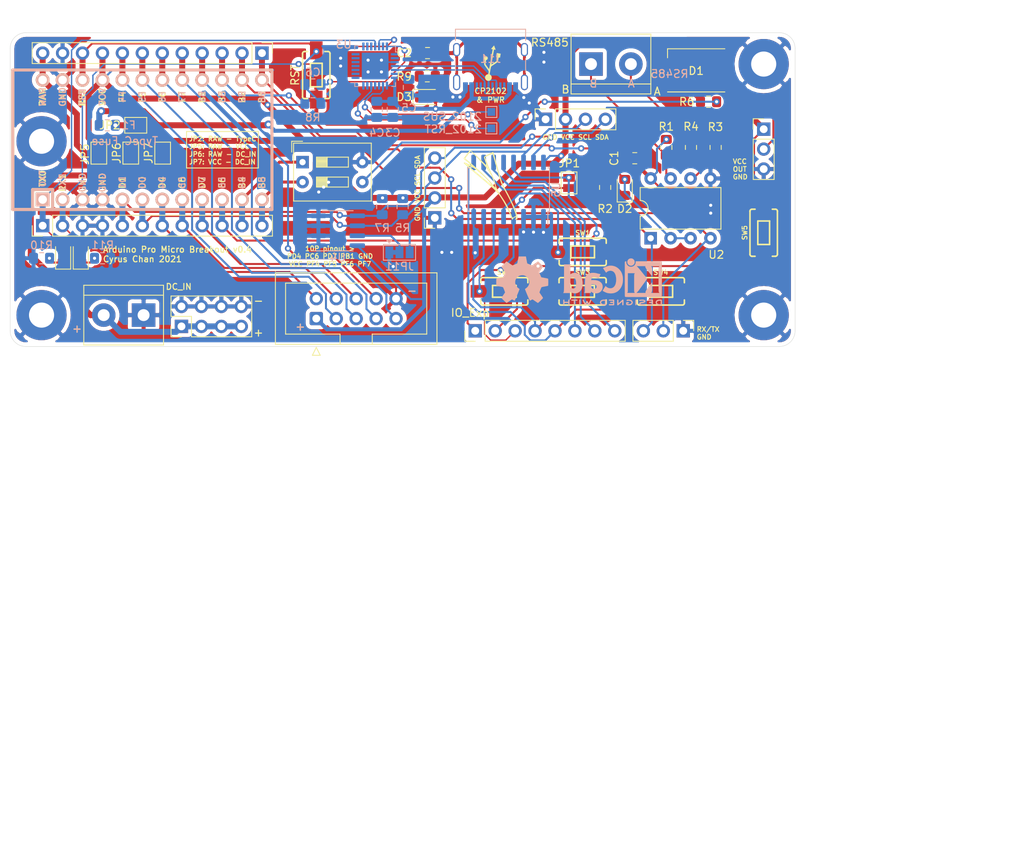
<source format=kicad_pcb>
(kicad_pcb (version 20171130) (host pcbnew "(5.1.6)-1")
  (title_block (date 2020-11-04) (rev v0.4))
  (layers (0 F.Cu signal) (31 B.Cu signal) (34 B.Paste user) (35 F.Paste user) (36 B.SilkS user) (37 F.SilkS user) (38 B.Mask user) (39 F.Mask user) (44 Edge.Cuts user))
  (net 0 "")
  (net 1 GND)
  (net 2 PB5)
  (net 3 "Net-(D1-Pad2)")
  (net 4 VCC)
  (net 5 DC_IN)
  (net 6 PB4)
  (net 7 PE6)
  (net 8 PD7)
  (net 9 PC6)
  (net 10 PD4)
  (net 11 PD0)
  (net 12 PD1)
  (net 13 TX0)
  (net 14 PB6)
  (net 15 PB2)
  (net 16 PB3)
  (net 17 PB1)
  (net 18 PF7)
  (net 19 PF6)
  (net 20 PF5)
  (net 21 PF4)
  (net 22 RST)
  (net 23 RAW)
  (net 24 PB5_DIP)
  (net 25 "Net-(J10-Pad2)")
  (net 26 "Net-(J10-Pad1)")
  (net 27 "Net-(D2-Pad1)")
  (net 28 "Net-(C2-Pad2)")
  (net 29 REGIN)
  (net 30 VDD)
  (net 31 "Net-(D1-Pad4)")
  (net 32 "Net-(J11-PadB5)")
  (net 33 "Net-(J11-PadA8)")
  (net 34 "Net-(J11-PadA5)")
  (net 35 "Net-(J11-PadB8)")
  (net 36 "Net-(U3-Pad21)")
  (net 37 "Net-(U3-Pad20)")
  (net 38 "Net-(U3-Pad19)")
  (net 39 "Net-(U3-Pad18)")
  (net 40 "Net-(U3-Pad17)")
  (net 41 "Net-(U3-Pad16)")
  (net 42 "Net-(U3-Pad14)")
  (net 43 "Net-(U3-Pad13)")
  (net 44 "Net-(U3-Pad11)")
  (net 45 "Net-(U3-Pad10)")
  (net 46 "Net-(U3-Pad15)")
  (net 47 "Net-(U3-Pad22)")
  (net 48 TYPEC_D+)
  (net 49 TYPEC_D-)
  (net 50 "Net-(U3-Pad27)")
  (net 51 "Net-(U3-Pad24)")
  (net 52 "Net-(U3-Pad23)")
  (net 53 "Net-(U3-Pad2)")
  (net 54 "Net-(U3-Pad1)")
  (net 55 RST_2102)
  (net 56 SUS_2102)
  (net 57 WP)
  (net 58 DTR_2102)
  (net 59 RX1)
  (net 60 P7)
  (net 61 P6)
  (net 62 P5)
  (net 63 P4)
  (net 64 P3)
  (net 65 P2)
  (net 66 P1)
  (net 67 P0)
  (net 68 "Net-(D3-Pad1)")
  (net 69 "Net-(D4-Pad1)")
  (net 70 "Net-(D5-Pad1)")
  (module micro-mp:ArduinoProMicro (layer F.Cu) (at 122.111 84.646)
    (fp_text reference U1 hide)
    (fp_text value ProMicro hide)
    (fp_text user ST (at -8.91 -5.04 90) (layer B.SilkS) (effects (font (size 0.8 0.8)) (justify mirror)))
    (fp_text user TX0 (at -13.97 4.954 90) (layer F.SilkS) (effects (font (size 0.8 0.8))))
    (fp_text user TX0 (at -13.97 4.954 90) (layer B.SilkS) (effects (font (size 0.8 0.8)) (justify mirror)))
    (fp_text user RX1 (at -11.43 5.461 90) (layer F.SilkS) (effects (font (size 0.8 0.8))))
    (fp_text user D0 (at -1.27 5.461 90) (layer F.SilkS) (effects (font (size 0.8 0.8))))
    (fp_text user D1 (at -3.81 5.461 90) (layer F.SilkS) (effects (font (size 0.8 0.8))))
    (fp_text user GND (at -6.35 5.461 90) (layer F.SilkS) (effects (font (size 0.8 0.8))))
    (fp_text user GND (at -8.89 5.461 90) (layer F.SilkS) (effects (font (size 0.8 0.8))))
    (fp_text user D4 (at 1.27 5.461 90) (layer F.SilkS) (effects (font (size 0.8 0.8))))
    (fp_text user C6 (at 3.81 5.461 90) (layer F.SilkS) (effects (font (size 0.8 0.8))))
    (fp_text user D7 (at 6.35 5.461 90) (layer F.SilkS) (effects (font (size 0.8 0.8))))
    (fp_text user E6 (at 8.89 5.461 90) (layer F.SilkS) (effects (font (size 0.8 0.8))))
    (fp_text user B4 (at 11.43 5.461 90) (layer F.SilkS) (effects (font (size 0.8 0.8))))
    (fp_text user B5 (at 13.97 5.461 90) (layer F.SilkS) (effects (font (size 0.8 0.8))))
    (fp_text user B6 (at 13.97 -5.461 90) (layer F.SilkS) (effects (font (size 0.8 0.8))))
    (fp_text user B2 (at 11.43 -5.461 90) (layer B.SilkS) (effects (font (size 0.8 0.8)) (justify mirror)))
    (fp_text user B3 (at 8.89 -5.461 90) (layer F.SilkS) (effects (font (size 0.8 0.8))))
    (fp_text user B1 (at 6.35 -5.461 90) (layer F.SilkS) (effects (font (size 0.8 0.8))))
    (fp_text user F7 (at 3.81 -5.461 90) (layer B.SilkS) (effects (font (size 0.8 0.8)) (justify mirror)))
    (fp_text user F6 (at 1.27 -5.461 90) (layer B.SilkS) (effects (font (size 0.8 0.8)) (justify mirror)))
    (fp_text user F5 (at -1.27 -5.461 90) (layer B.SilkS) (effects (font (size 0.8 0.8)) (justify mirror)))
    (fp_text user F4 (at -3.81 -5.461 90) (layer F.SilkS) (effects (font (size 0.8 0.8))))
    (fp_text user VCC (at -6.35 -5.461 90) (layer F.SilkS) (effects (font (size 0.8 0.8))))
    (fp_text user ST (at -8.92 -5.73312 90) (layer F.SilkS) (effects (font (size 0.8 0.8))))
    (fp_text user GND (at -11.43 -5.461 90) (layer F.SilkS) (effects (font (size 0.8 0.8))))
    (fp_text user RAW (at -13.97 -5.461 90) (layer F.SilkS) (effects (font (size 0.8 0.8))))
    (fp_text user RAW (at -13.97 -5.461 90) (layer B.SilkS) (effects (font (size 0.8 0.8)) (justify mirror)))
    (fp_text user GND (at -11.43 -5.461 90) (layer B.SilkS) (effects (font (size 0.8 0.8)) (justify mirror)))
    (fp_text user VCC (at -6.35 -5.461 90) (layer B.SilkS) (effects (font (size 0.8 0.8)) (justify mirror)))
    (fp_text user F4 (at -3.81 -5.461 90) (layer B.SilkS) (effects (font (size 0.8 0.8)) (justify mirror)))
    (fp_text user F5 (at -1.27 -5.461 90) (layer F.SilkS) (effects (font (size 0.8 0.8))))
    (fp_text user F6 (at 1.27 -5.461 90) (layer F.SilkS) (effects (font (size 0.8 0.8))))
    (fp_text user F7 (at 3.81 -5.461 90) (layer F.SilkS) (effects (font (size 0.8 0.8))))
    (fp_text user B1 (at 6.35 -5.461 90) (layer B.SilkS) (effects (font (size 0.8 0.8)) (justify mirror)))
    (fp_text user B3 (at 8.89 -5.461 90) (layer B.SilkS) (effects (font (size 0.8 0.8)) (justify mirror)))
    (fp_text user B2 (at 11.43 -5.461 90) (layer F.SilkS) (effects (font (size 0.8 0.8))))
    (fp_text user B6 (at 13.97 -5.461 90) (layer B.SilkS) (effects (font (size 0.8 0.8)) (justify mirror)))
    (fp_text user B5 (at 13.97 5.461 90) (layer B.SilkS) (effects (font (size 0.8 0.8)) (justify mirror)))
    (fp_text user B4 (at 11.43 5.461 90) (layer B.SilkS) (effects (font (size 0.8 0.8)) (justify mirror)))
    (fp_text user E6 (at 8.89 5.461 90) (layer B.SilkS) (effects (font (size 0.8 0.8)) (justify mirror)))
    (fp_text user D7 (at 6.35 5.461 90) (layer B.SilkS) (effects (font (size 0.8 0.8)) (justify mirror)))
    (fp_text user C6 (at 3.81 5.461 90) (layer B.SilkS) (effects (font (size 0.8 0.8)) (justify mirror)))
    (fp_text user D4 (at 1.27 5.461 90) (layer B.SilkS) (effects (font (size 0.8 0.8)) (justify mirror)))
    (fp_text user GND (at -8.89 5.461 90) (layer B.SilkS) (effects (font (size 0.8 0.8)) (justify mirror)))
    (fp_text user GND (at -6.35 5.461 90) (layer B.SilkS) (effects (font (size 0.8 0.8)) (justify mirror)))
    (fp_text user D1 (at -3.81 5.461 90) (layer B.SilkS) (effects (font (size 0.8 0.8)) (justify mirror)))
    (fp_text user D0 (at -1.27 5.461 90) (layer B.SilkS) (effects (font (size 0.8 0.8)) (justify mirror)))
    (fp_text user RX1 (at -11.43 5.461 90) (layer B.SilkS) (effects (font (size 0.8 0.8)) (justify mirror)))
    (pad 24 thru_hole circle (at -13.97 -7.62) (size 1.7526 1.7526) (drill 1.0922) (layers *.Cu *.SilkS *.Mask) (net 23 RAW))
    (pad 12 thru_hole circle (at 13.97 7.62) (size 1.7526 1.7526) (drill 1.0922) (layers *.Cu *.SilkS *.Mask) (net 2 PB5))
    (pad 23 thru_hole circle (at -11.43 -7.62) (size 1.7526 1.7526) (drill 1.0922) (layers *.Cu *.SilkS *.Mask) (net 1 GND))
    (pad 22 thru_hole circle (at -8.89 -7.62) (size 1.7526 1.7526) (drill 1.0922) (layers *.Cu *.SilkS *.Mask) (net 22 RST))
    (pad 21 thru_hole circle (at -6.35 -7.62) (size 1.7526 1.7526) (drill 1.0922) (layers *.Cu *.SilkS *.Mask) (net 4 VCC))
    (pad 20 thru_hole circle (at -3.81 -7.62) (size 1.7526 1.7526) (drill 1.0922) (layers *.Cu *.SilkS *.Mask) (net 21 PF4))
    (pad 19 thru_hole circle (at -1.27 -7.62) (size 1.7526 1.7526) (drill 1.0922) (layers *.Cu *.SilkS *.Mask) (net 20 PF5))
    (pad 18 thru_hole circle (at 1.27 -7.62) (size 1.7526 1.7526) (drill 1.0922) (layers *.Cu *.SilkS *.Mask) (net 19 PF6))
    (pad 17 thru_hole circle (at 3.81 -7.62) (size 1.7526 1.7526) (drill 1.0922) (layers *.Cu *.SilkS *.Mask) (net 18 PF7))
    (pad 16 thru_hole circle (at 6.35 -7.62) (size 1.7526 1.7526) (drill 1.0922) (layers *.Cu *.SilkS *.Mask) (net 17 PB1))
    (pad 15 thru_hole circle (at 8.89 -7.62) (size 1.7526 1.7526) (drill 1.0922) (layers *.Cu *.SilkS *.Mask) (net 16 PB3))
    (pad 14 thru_hole circle (at 11.43 -7.62) (size 1.7526 1.7526) (drill 1.0922) (layers *.Cu *.SilkS *.Mask) (net 15 PB2))
    (pad 13 thru_hole circle (at 13.97 -7.62) (size 1.7526 1.7526) (drill 1.0922) (layers *.Cu *.SilkS *.Mask) (net 14 PB6))
    (pad 11 thru_hole circle (at 11.43 7.62) (size 1.7526 1.7526) (drill 1.0922) (layers *.Cu *.SilkS *.Mask) (net 6 PB4))
    (pad 10 thru_hole circle (at 8.89 7.62) (size 1.7526 1.7526) (drill 1.0922) (layers *.Cu *.SilkS *.Mask) (net 7 PE6))
    (pad 9 thru_hole circle (at 6.35 7.62) (size 1.7526 1.7526) (drill 1.0922) (layers *.Cu *.SilkS *.Mask) (net 8 PD7))
    (pad 8 thru_hole circle (at 3.81 7.62) (size 1.7526 1.7526) (drill 1.0922) (layers *.Cu *.SilkS *.Mask) (net 9 PC6))
    (pad 7 thru_hole circle (at 1.27 7.62) (size 1.7526 1.7526) (drill 1.0922) (layers *.Cu *.SilkS *.Mask) (net 10 PD4))
    (pad 6 thru_hole circle (at -1.27 7.62) (size 1.7526 1.7526) (drill 1.0922) (layers *.Cu *.SilkS *.Mask) (net 11 PD0))
    (pad 5 thru_hole circle (at -3.81 7.62) (size 1.7526 1.7526) (drill 1.0922) (layers *.Cu *.SilkS *.Mask) (net 12 PD1))
    (pad 4 thru_hole circle (at -6.35 7.62) (size 1.7526 1.7526) (drill 1.0922) (layers *.Cu *.SilkS *.Mask) (net 1 GND))
    (pad 3 thru_hole circle (at -8.89 7.62) (size 1.7526 1.7526) (drill 1.0922) (layers *.Cu *.SilkS *.Mask) (net 1 GND))
    (pad 2 thru_hole circle (at -11.43 7.62) (size 1.7526 1.7526) (drill 1.0922) (layers *.Cu *.SilkS *.Mask) (net 59 RX1))
    (pad 1 thru_hole rect (at -13.97 7.62) (size 1.7526 1.7526) (drill 1.0922) (layers *.Cu *.SilkS *.Mask) (net 13 TX0))
  )
  (module "" (layer F.Cu) (at 110.85 90.2)
    (fp_text reference "" (at 122.111 84.646) (layer F.SilkS) (effects (font (size 1.27 1.27))))
    (fp_text value "" (at 122.111 84.646) (layer F.SilkS) (effects (font (size 1.27 1.27))))
  )
  (module micro-mp:usb3 (layer F.Cu) (at 165.25 74.875 80)
    (fp_text reference G*** hide)
    (fp_text value LOGO hide)
  )
  (module micro-mp:IDC-Header_2x05_P2.54mm_Vertical (layer F.Cu) (at 143.002 107.442 90)
    (fp_text reference J4 hide)
    (fp_text value Conn_02x05_Odd_Even)
    (pad 10 thru_hole circle (at 2.54 10.16 90) (size 1.7 1.7) (drill 1) (layers *.Cu *.Mask) (net 1 GND))
    (pad 8 thru_hole circle (at 2.54 7.62 90) (size 1.7 1.7) (drill 1) (layers *.Cu *.Mask) (net 17 PB1))
    (pad 6 thru_hole circle (at 2.54 5.08 90) (size 1.7 1.7) (drill 1) (layers *.Cu *.Mask) (net 8 PD7))
    (pad 4 thru_hole circle (at 2.54 2.54 90) (size 1.7 1.7) (drill 1) (layers *.Cu *.Mask) (net 9 PC6))
    (pad 2 thru_hole circle (at 2.54 0 90) (size 1.7 1.7) (drill 1) (layers *.Cu *.Mask) (net 10 PD4))
    (pad 9 thru_hole circle (at 0 10.16 90) (size 1.7 1.7) (drill 1) (layers *.Cu *.Mask) (net 18 PF7))
    (pad 7 thru_hole circle (at 0 7.62 90) (size 1.7 1.7) (drill 1) (layers *.Cu *.Mask) (net 19 PF6))
    (pad 5 thru_hole circle (at 0 5.08 90) (size 1.7 1.7) (drill 1) (layers *.Cu *.Mask) (net 20 PF5))
    (pad 3 thru_hole circle (at 0 2.54 90) (size 1.7 1.7) (drill 1) (layers *.Cu *.Mask) (net 21 PF4))
    (pad 1 thru_hole roundrect (at 0 0 90) (size 1.7 1.7) (drill 1) (layers *.Cu *.Mask) (roundrect_rratio 0.147059) (net 4 VCC))
  )
  (module Jumper:SolderJumper-2_P1.3mm_Open_Pad1.0x1.5mm (layer F.Cu) (at 120 82.8 180)
    (fp_text reference JP2 (at 3.3 0) (layer F.SilkS))
    (fp_text value SolderJumper_2_Open)
    (pad 1 smd rect (at -0.65 0 180) (size 1 1.5) (layers F.Cu F.Mask) (net 29 REGIN))
    (pad 2 smd rect (at 0.65 0 180) (size 1 1.5) (layers F.Cu F.Mask) (net 23 RAW))
  )
  (module Resistor_SMD:R_0805_2012Metric_Pad1.15x1.40mm_HandSolder (layer B.Cu) (at 115.775 99.75)
    (fp_text reference R11 (at 0 -1.65) (layer B.SilkS) (effects (justify mirror)))
    (fp_text value 2k)
    (pad 2 smd roundrect (at 1.025 0) (size 1.15 1.4) (layers B.Cu B.Paste B.Mask) (roundrect_rratio 0.217391) (net 1 GND))
    (pad 1 smd roundrect (at -1.025 0) (size 1.15 1.4) (layers B.Cu B.Paste B.Mask) (roundrect_rratio 0.217391) (net 70 "Net-(D5-Pad1)"))
  )
  (module Resistor_SMD:R_0805_2012Metric_Pad1.15x1.40mm_HandSolder (layer B.Cu) (at 108 99.75 180)
    (fp_text reference R10 (at 0 1.65) (layer B.SilkS) (effects (justify mirror)))
    (fp_text value 2k)
    (pad 2 smd roundrect (at 1.025 0 180) (size 1.15 1.4) (layers B.Cu B.Paste B.Mask) (roundrect_rratio 0.217391) (net 1 GND))
    (pad 1 smd roundrect (at -1.025 0 180) (size 1.15 1.4) (layers B.Cu B.Paste B.Mask) (roundrect_rratio 0.217391) (net 69 "Net-(D4-Pad1)"))
  )
  (module Diode_SMD:D_0805_2012Metric_Pad1.15x1.40mm_HandSolder (layer F.Cu) (at 113 99.275 90)
    (fp_text reference D5 hide)
    (fp_text value RED)
    (pad 2 smd roundrect (at 1.025 0 90) (size 1.15 1.4) (layers F.Cu F.Paste F.Mask) (roundrect_rratio 0.217391) (net 59 RX1))
    (pad 1 smd roundrect (at -1.025 0 90) (size 1.15 1.4) (layers F.Cu F.Paste F.Mask) (roundrect_rratio 0.217391) (net 70 "Net-(D5-Pad1)"))
  )
  (module Diode_SMD:D_0805_2012Metric_Pad1.15x1.40mm_HandSolder (layer F.Cu) (at 110.75 99.275 90)
    (fp_text reference D4 hide)
    (fp_text value RED)
    (pad 2 smd roundrect (at 1.025 0 90) (size 1.15 1.4) (layers F.Cu F.Paste F.Mask) (roundrect_rratio 0.217391) (net 13 TX0))
    (pad 1 smd roundrect (at -1.025 0 90) (size 1.15 1.4) (layers F.Cu F.Paste F.Mask) (roundrect_rratio 0.217391) (net 69 "Net-(D4-Pad1)"))
  )
  (module Symbol:KiCad-Logo2_5mm_SilkScreen (layer B.Cu) (at 180.75 102.75 180)
    (fp_text reference REF** hide)
    (fp_text value KiCad-Logo2_5mm_SilkScreen hide)
  )
  (module Symbol:OSHW-Symbol_6.7x6mm_SilkScreen (layer B.Cu) (at 169.25 102.5 180)
    (fp_text reference REF** hide)
    (fp_text value OSHW-Symbol_6.7x6mm_SilkScreen hide)
  )
  (module c04-parts:leek1 (layer F.Cu) (at 164.75 90)
    (fp_text reference G*** hide)
    (fp_text value LOGO hide)
  )
  (module Package_SO:SOIC-8_3.9x4.9mm_P1.27mm (layer B.Cu) (at 145.75 96.25)
    (fp_text reference U4 (at 0 3.4) (layer B.SilkS) (effects (justify mirror)))
    (fp_text value AT24CS01-SSHM)
    (pad 8 smd roundrect (at 2.475 1.905) (size 1.95 0.6) (layers B.Cu B.Paste B.Mask) (net 4 VCC))
    (pad 7 smd roundrect (at 2.475 0.635) (size 1.95 0.6) (layers B.Cu B.Paste B.Mask) (net 57 WP))
    (pad 6 smd roundrect (at 2.475 -0.635) (size 1.95 0.6) (layers B.Cu B.Paste B.Mask) (net 11 PD0))
    (pad 5 smd roundrect (at 2.475 -1.905) (size 1.95 0.6) (layers B.Cu B.Paste B.Mask) (net 12 PD1))
    (pad 4 smd roundrect (at -2.475 -1.905) (size 1.95 0.6) (layers B.Cu B.Paste B.Mask) (net 1 GND))
    (pad 3 smd roundrect (at -2.475 -0.635) (size 1.95 0.6) (layers B.Cu B.Paste B.Mask) (net 1 GND))
    (pad 2 smd roundrect (at -2.475 0.635) (size 1.95 0.6) (layers B.Cu B.Paste B.Mask) (net 1 GND))
    (pad 1 smd roundrect (at -2.475 1.905) (size 1.95 0.6) (layers B.Cu B.Paste B.Mask) (net 1 GND))
  )
  (module Resistor_SMD:R_0805_2012Metric_Pad1.15x1.40mm_HandSolder (layer F.Cu) (at 157.145 76.555)
    (fp_text reference R9 (at -2.945 0.045) (layer F.SilkS))
    (fp_text value 2k)
    (pad 2 smd roundrect (at 1.025 0) (size 1.15 1.4) (layers F.Cu F.Paste F.Mask) (roundrect_rratio 0.217391) (net 1 GND))
    (pad 1 smd roundrect (at -1.025 0) (size 1.15 1.4) (layers F.Cu F.Paste F.Mask) (roundrect_rratio 0.217391) (net 68 "Net-(D3-Pad1)"))
  )
  (module Diode_SMD:D_0805_2012Metric_Pad1.15x1.40mm_HandSolder (layer F.Cu) (at 157.175 79.2)
    (fp_text reference D3 (at -2.975 0) (layer F.SilkS))
    (fp_text value RED)
    (pad 2 smd roundrect (at 1.025 0) (size 1.15 1.4) (layers F.Cu F.Paste F.Mask) (roundrect_rratio 0.217391) (net 29 REGIN))
    (pad 1 smd roundrect (at -1.025 0) (size 1.15 1.4) (layers F.Cu F.Paste F.Mask) (roundrect_rratio 0.217391) (net 68 "Net-(D3-Pad1)"))
  )
  (module Connector_PinHeader_2.54mm:PinHeader_1x08_P2.54mm_Vertical (layer F.Cu) (at 163.25 109 90)
    (fp_text reference J12 hide)
    (fp_text value Conn_01x08_Male)
    (pad 8 thru_hole oval (at 0 17.78 90) (size 1.7 1.7) (drill 1) (layers *.Cu *.Mask) (net 60 P7))
    (pad 7 thru_hole oval (at 0 15.24 90) (size 1.7 1.7) (drill 1) (layers *.Cu *.Mask) (net 61 P6))
    (pad 6 thru_hole oval (at 0 12.7 90) (size 1.7 1.7) (drill 1) (layers *.Cu *.Mask) (net 62 P5))
    (pad 5 thru_hole oval (at 0 10.16 90) (size 1.7 1.7) (drill 1) (layers *.Cu *.Mask) (net 63 P4))
    (pad 4 thru_hole oval (at 0 7.62 90) (size 1.7 1.7) (drill 1) (layers *.Cu *.Mask) (net 64 P3))
    (pad 3 thru_hole oval (at 0 5.08 90) (size 1.7 1.7) (drill 1) (layers *.Cu *.Mask) (net 65 P2))
    (pad 2 thru_hole oval (at 0 2.54 90) (size 1.7 1.7) (drill 1) (layers *.Cu *.Mask) (net 66 P1))
    (pad 1 thru_hole rect (at 0 0 90) (size 1.7 1.7) (drill 1) (layers *.Cu *.Mask) (net 67 P0))
  )
  (module Button_Switch_THT:SW_DIP_SPSTx02_Slide_9.78x7.26mm_W7.62mm_P2.54mm (layer F.Cu) (at 141.25 87.5)
    (fp_text reference SW8 hide)
    (fp_text value SW_DIP_x02)
    (pad 4 thru_hole oval (at 7.62 0) (size 1.6 1.6) (drill 0.8) (layers *.Cu *.Mask) (net 1 GND))
    (pad 2 thru_hole oval (at 0 2.54) (size 1.6 1.6) (drill 0.8) (layers *.Cu *.Mask) (net 2 PB5))
    (pad 3 thru_hole oval (at 7.62 2.54) (size 1.6 1.6) (drill 0.8) (layers *.Cu *.Mask) (net 24 PB5_DIP))
    (pad 1 thru_hole rect (at 0 0) (size 1.6 1.6) (drill 0.8) (layers *.Cu *.Mask) (net 6 PB4))
  )
  (module Package_SO:SO-16_5.3x10.2mm_P1.27mm (layer B.Cu) (at 167.5 91 90)
    (fp_text reference U5 (at 0 6.05 270) (layer B.SilkS) (effects (justify mirror)))
    (fp_text value PCF8574)
    (pad 16 smd roundrect (at 3.4625 4.445 90) (size 1.975 0.6) (layers B.Cu B.Paste B.Mask) (net 4 VCC))
    (pad 15 smd roundrect (at 3.4625 3.175 90) (size 1.975 0.6) (layers B.Cu B.Paste B.Mask) (net 12 PD1))
    (pad 14 smd roundrect (at 3.4625 1.905 90) (size 1.975 0.6) (layers B.Cu B.Paste B.Mask) (net 11 PD0))
    (pad 13 smd roundrect (at 3.4625 0.635 90) (size 1.975 0.6) (layers B.Cu B.Paste B.Mask) (net 7 PE6))
    (pad 12 smd roundrect (at 3.4625 -0.635 90) (size 1.975 0.6) (layers B.Cu B.Paste B.Mask) (net 60 P7))
    (pad 11 smd roundrect (at 3.4625 -1.905 90) (size 1.975 0.6) (layers B.Cu B.Paste B.Mask) (net 61 P6))
    (pad 10 smd roundrect (at 3.4625 -3.175 90) (size 1.975 0.6) (layers B.Cu B.Paste B.Mask) (net 62 P5))
    (pad 9 smd roundrect (at 3.4625 -4.445 90) (size 1.975 0.6) (layers B.Cu B.Paste B.Mask) (net 63 P4))
    (pad 8 smd roundrect (at -3.4625 -4.445 90) (size 1.975 0.6) (layers B.Cu B.Paste B.Mask) (net 1 GND))
    (pad 7 smd roundrect (at -3.4625 -3.175 90) (size 1.975 0.6) (layers B.Cu B.Paste B.Mask) (net 64 P3))
    (pad 6 smd roundrect (at -3.4625 -1.905 90) (size 1.975 0.6) (layers B.Cu B.Paste B.Mask) (net 65 P2))
    (pad 5 smd roundrect (at -3.4625 -0.635 90) (size 1.975 0.6) (layers B.Cu B.Paste B.Mask) (net 66 P1))
    (pad 4 smd roundrect (at -3.4625 0.635 90) (size 1.975 0.6) (layers B.Cu B.Paste B.Mask) (net 67 P0))
    (pad 3 smd roundrect (at -3.4625 1.905 90) (size 1.975 0.6) (layers B.Cu B.Paste B.Mask) (net 1 GND))
    (pad 2 smd roundrect (at -3.4625 3.175 90) (size 1.975 0.6) (layers B.Cu B.Paste B.Mask) (net 1 GND))
    (pad 1 smd roundrect (at -3.4625 4.445 90) (size 1.975 0.6) (layers B.Cu B.Paste B.Mask) (net 1 GND))
  )
  (module TestPoint:TestPoint_Pad_1.0x1.0mm (layer B.Cu) (at 165.3 83.2)
    (fp_text reference TP2 hide)
    (fp_text value TestPoint_Probe)
    (pad 1 smd rect (at 0 0) (size 1 1) (layers B.Cu B.Mask) (net 56 SUS_2102))
  )
  (module TestPoint:TestPoint_Pad_1.0x1.0mm (layer B.Cu) (at 165.3 81.1)
    (fp_text reference TP1 hide)
    (fp_text value TestPoint_Probe)
    (pad 1 smd rect (at 0 0) (size 1 1) (layers B.Cu B.Mask) (net 55 RST_2102))
  )
  (module Resistor_SMD:R_0805_2012Metric_Pad1.15x1.40mm_HandSolder (layer B.Cu) (at 142.575 80 180)
    (fp_text reference R8 (at 0.025 -1.8 180) (layer B.SilkS) (effects (justify mirror)))
    (fp_text value 1k)
    (pad 2 smd roundrect (at 1.025 0 180) (size 1.15 1.4) (layers B.Cu B.Paste B.Mask) (roundrect_rratio 0.217391) (net 4 VCC))
    (pad 1 smd roundrect (at -1.025 0 180) (size 1.15 1.4) (layers B.Cu B.Paste B.Mask) (roundrect_rratio 0.217391) (net 22 RST))
  )
  (module Resistor_SMD:R_0805_2012Metric_Pad1.15x1.40mm_HandSolder (layer B.Cu) (at 151.4 93.175 90)
    (fp_text reference R7 (at -2.725 0 180) (layer B.SilkS) (effects (justify mirror)))
    (fp_text value 1k)
    (pad 2 smd roundrect (at 1.025 0 90) (size 1.15 1.4) (layers B.Cu B.Paste B.Mask) (roundrect_rratio 0.217391) (net 4 VCC))
    (pad 1 smd roundrect (at -1.025 0 90) (size 1.15 1.4) (layers B.Cu B.Paste B.Mask) (roundrect_rratio 0.217391) (net 12 PD1))
  )
  (module Resistor_SMD:R_0805_2012Metric_Pad1.15x1.40mm_HandSolder (layer B.Cu) (at 154 93.175 90)
    (fp_text reference R5 (at -2.725 0 180) (layer B.SilkS) (effects (justify mirror)))
    (fp_text value 1k)
    (pad 2 smd roundrect (at 1.025 0 90) (size 1.15 1.4) (layers B.Cu B.Paste B.Mask) (roundrect_rratio 0.217391) (net 4 VCC))
    (pad 1 smd roundrect (at -1.025 0 90) (size 1.15 1.4) (layers B.Cu B.Paste B.Mask) (roundrect_rratio 0.217391) (net 11 PD0))
  )
  (module Jumper:SolderJumper-3_P1.3mm_Bridged12_Pad1.0x1.5mm (layer B.Cu) (at 153.6 99)
    (fp_text reference JP11 (at 0 1.8) (layer B.SilkS) (effects (justify mirror)))
    (fp_text value SolderJumper_3_Bridged12)
    (fp_poly (pts (xy -0.9 0.3) (xy -0.4 0.3) (xy -0.4 -0.3) (xy -0.9 -0.3)) (layer B.Cu) (width 0))
    (pad 2 smd rect (at 0 0) (size 1 1.5) (layers B.Cu B.Mask) (net 57 WP))
    (pad 3 smd rect (at 1.3 0) (size 1 1.5) (layers B.Cu B.Mask) (net 4 VCC))
    (pad 1 smd rect (at -1.3 0) (size 1 1.5) (layers B.Cu B.Mask) (net 1 GND))
  )
  (module Jumper:SolderJumper-2_P1.3mm_Open_Pad1.0x1.5mm (layer F.Cu) (at 175.2 90.15 270)
    (fp_text reference JP1 (at -2.5 -0.05 180) (layer F.SilkS))
    (fp_text value SolderJumper_2_Open)
    (pad 1 smd rect (at -0.65 0 270) (size 1 1.5) (layers F.Cu F.Mask) (net 7 PE6))
    (pad 2 smd rect (at 0.65 0 270) (size 1 1.5) (layers F.Cu F.Mask) (net 67 P0))
  )
  (module Capacitor_SMD:C_0805_2012Metric_Pad1.15x1.40mm_HandSolder (layer B.Cu) (at 142.575 77.6)
    (fp_text reference C6 (at 0 -1.55) (layer B.SilkS) (effects (justify mirror)))
    (fp_text value 0.1u)
    (pad 2 smd roundrect (at 1.025 0) (size 1.15 1.4) (layers B.Cu B.Paste B.Mask) (roundrect_rratio 0.217391) (net 58 DTR_2102))
    (pad 1 smd roundrect (at -1.025 0) (size 1.15 1.4) (layers B.Cu B.Paste B.Mask) (roundrect_rratio 0.217391) (net 22 RST))
  )
  (module digikey-footprints:VFQFN-28-1EP_5x5mm (layer B.Cu) (at 150.5 75.25 180)
    (fp_text reference U3 (at 4 2.75) (layer B.SilkS) (effects (justify mirror)))
    (fp_text value CP2102-GMR_NRND)
    (pad 29 smd rect (at 0 0 180) (size 3.4 3.4) (layers B.Cu B.Paste B.Mask) (net 1 GND))
    (pad 28 smd rect (at -1.5 2.5 180) (size 0.3 1) (layers B.Cu B.Paste B.Mask) (net 58 DTR_2102))
    (pad 27 smd rect (at -1 2.5 180) (size 0.3 1) (layers B.Cu B.Paste B.Mask) (net 50 "Net-(U3-Pad27)"))
    (pad 26 smd rect (at -0.5 2.5 180) (size 0.3 1) (layers B.Cu B.Paste B.Mask) (net 59 RX1))
    (pad 25 smd rect (at 0 2.5 180) (size 0.3 1) (layers B.Cu B.Paste B.Mask) (net 13 TX0))
    (pad 24 smd rect (at 0.5 2.5 180) (size 0.3 1) (layers B.Cu B.Paste B.Mask) (net 51 "Net-(U3-Pad24)"))
    (pad 23 smd rect (at 1 2.5 180) (size 0.3 1) (layers B.Cu B.Paste B.Mask) (net 52 "Net-(U3-Pad23)"))
    (pad 21 smd rect (at 2.5 1.5 180) (size 1 0.3) (layers B.Cu B.Paste B.Mask) (net 36 "Net-(U3-Pad21)"))
    (pad 20 smd rect (at 2.5 1 180) (size 1 0.3) (layers B.Cu B.Paste B.Mask) (net 37 "Net-(U3-Pad20)"))
    (pad 19 smd rect (at 2.5 0.5 180) (size 1 0.3) (layers B.Cu B.Paste B.Mask) (net 38 "Net-(U3-Pad19)"))
    (pad 18 smd rect (at 2.5 0 180) (size 1 0.3) (layers B.Cu B.Paste B.Mask) (net 39 "Net-(U3-Pad18)"))
    (pad 17 smd rect (at 2.5 -0.5 180) (size 1 0.3) (layers B.Cu B.Paste B.Mask) (net 40 "Net-(U3-Pad17)"))
    (pad 16 smd rect (at 2.5 -1 180) (size 1 0.3) (layers B.Cu B.Paste B.Mask) (net 41 "Net-(U3-Pad16)"))
    (pad 14 smd rect (at 1.5 -2.5 180) (size 0.3 1) (layers B.Cu B.Paste B.Mask) (net 42 "Net-(U3-Pad14)"))
    (pad 13 smd rect (at 1 -2.5 180) (size 0.3 1) (layers B.Cu B.Paste B.Mask) (net 43 "Net-(U3-Pad13)"))
    (pad 12 smd rect (at 0.5 -2.5 180) (size 0.3 1) (layers B.Cu B.Paste B.Mask) (net 56 SUS_2102))
    (pad 11 smd rect (at 0 -2.5 180) (size 0.3 1) (layers B.Cu B.Paste B.Mask) (net 44 "Net-(U3-Pad11)"))
    (pad 10 smd rect (at -0.5 -2.5 180) (size 0.3 1) (layers B.Cu B.Paste B.Mask) (net 45 "Net-(U3-Pad10)"))
    (pad 9 smd rect (at -1 -2.5 180) (size 0.3 1) (layers B.Cu B.Paste B.Mask) (net 55 RST_2102))
    (pad 7 smd rect (at -2.5 -1.5 180) (size 1 0.3) (layers B.Cu B.Paste B.Mask) (net 29 REGIN))
    (pad 6 smd rect (at -2.5 -1 180) (size 1 0.3) (layers B.Cu B.Paste B.Mask) (net 30 VDD))
    (pad 5 smd rect (at -2.5 -0.5 180) (size 1 0.3) (layers B.Cu B.Paste B.Mask) (net 49 TYPEC_D-))
    (pad 4 smd rect (at -2.5 0 180) (size 1 0.3) (layers B.Cu B.Paste B.Mask) (net 48 TYPEC_D+))
    (pad 3 smd rect (at -2.5 0.5 180) (size 1 0.3) (layers B.Cu B.Paste B.Mask) (net 1 GND))
    (pad 2 smd rect (at -2.5 1 180) (size 1 0.3) (layers B.Cu B.Paste B.Mask) (net 53 "Net-(U3-Pad2)"))
    (pad 1 smd rect (at -2.5 1.5 180) (size 1 0.3) (layers B.Cu B.Paste B.Mask) (net 54 "Net-(U3-Pad1)"))
    (pad 8 smd rect (at -1.5 -2.5 180) (size 0.3 1) (layers B.Cu B.Paste B.Mask) (net 29 REGIN))
    (pad 15 smd rect (at 2.5 -1.5 180) (size 1 0.3) (layers B.Cu B.Paste B.Mask) (net 46 "Net-(U3-Pad15)"))
    (pad 22 smd rect (at 1.5 2.5 180) (size 0.3 1) (layers B.Cu B.Paste B.Mask) (net 47 "Net-(U3-Pad22)"))
  )
  (module Jumper:SolderJumper-2_P1.3mm_Open_Pad1.0x1.5mm (layer F.Cu) (at 115.3 86.35 90)
    (fp_text reference JP5 (at -0.142001 -1.778 90) (layer F.SilkS))
    (fp_text value SolderJumper_2_Open)
    (pad 2 smd rect (at 0.65 0 90) (size 1 1.5) (layers F.Cu F.Mask) (net 4 VCC))
    (pad 1 smd rect (at -0.65 0 90) (size 1 1.5) (layers F.Cu F.Mask) (net 23 RAW))
  )
  (module Jumper:SolderJumper-2_P1.3mm_Open_Pad1.0x1.5mm (layer F.Cu) (at 119.364 86.35 90)
    (fp_text reference JP6 (at 0 -1.8 90) (layer F.SilkS))
    (fp_text value SolderJumper_2_Open)
    (pad 1 smd rect (at -0.65 0 90) (size 1 1.5) (layers F.Cu F.Mask) (net 5 DC_IN))
    (pad 2 smd rect (at 0.65 0 90) (size 1 1.5) (layers F.Cu F.Mask) (net 23 RAW))
  )
  (module Jumper:SolderJumper-2_P1.3mm_Open_Pad1.0x1.5mm (layer F.Cu) (at 123.428 86.35 90)
    (fp_text reference JP7 (at 0 -1.8 90) (layer F.SilkS))
    (fp_text value SolderJumper_2_Open)
    (pad 2 smd rect (at 0.65 0 90) (size 1 1.5) (layers F.Cu F.Mask) (net 4 VCC))
    (pad 1 smd rect (at -0.65 0 90) (size 1 1.5) (layers F.Cu F.Mask) (net 5 DC_IN))
  )
  (module Resistor_SMD:R_0805_2012Metric_Pad1.15x1.40mm_HandSolder (layer F.Cu) (at 192.975 79.8)
    (fp_text reference R6 (at -2.775 0) (layer F.SilkS))
    (fp_text value 220)
    (pad 2 smd roundrect (at 1.025 0) (size 1.15 1.4) (layers F.Cu F.Paste F.Mask) (roundrect_rratio 0.217391) (net 24 PB5_DIP))
    (pad 1 smd roundrect (at -1.025 0) (size 1.15 1.4) (layers F.Cu F.Paste F.Mask) (roundrect_rratio 0.217391) (net 31 "Net-(D1-Pad4)"))
  )
  (module Connector_USB:USB_C_Receptacle_Palconn_UTC16-G (layer B.Cu) (at 165.2 75.4)
    (fp_text reference J11 (at 0 -1.07) (layer B.SilkS) (effects (justify mirror)))
    (fp_text value USB_C_Receptacle_USB2.0)
    (pad S1 thru_hole oval (at -4.32 1.93 270) (size 2 0.9) (drill oval 1.7 0.6) (layers *.Cu *.Mask) (net 28 "Net-(C2-Pad2)"))
    (pad S1 thru_hole oval (at 4.32 1.93 270) (size 2 0.9) (drill oval 1.7 0.6) (layers *.Cu *.Mask) (net 28 "Net-(C2-Pad2)"))
    (pad S1 thru_hole oval (at -4.32 -2.24 270) (size 1.7 0.9) (drill oval 1.4 0.6) (layers *.Cu *.Mask) (net 28 "Net-(C2-Pad2)"))
    (pad S1 thru_hole oval (at 4.32 -2.24 270) (size 1.7 0.9) (drill oval 1.4 0.6) (layers *.Cu *.Mask) (net 28 "Net-(C2-Pad2)"))
    (pad B7 smd rect (at -0.75 2.51 180) (size 0.3 1.16) (layers B.Cu B.Paste B.Mask) (net 49 TYPEC_D-))
    (pad A6 smd rect (at -0.25 2.51 180) (size 0.3 1.16) (layers B.Cu B.Paste B.Mask) (net 48 TYPEC_D+))
    (pad A7 smd rect (at 0.25 2.51 180) (size 0.3 1.16) (layers B.Cu B.Paste B.Mask) (net 49 TYPEC_D-))
    (pad B8 smd rect (at -1.75 2.51 180) (size 0.3 1.16) (layers B.Cu B.Paste B.Mask) (net 35 "Net-(J11-PadB8)"))
    (pad A5 smd rect (at -1.25 2.51 180) (size 0.3 1.16) (layers B.Cu B.Paste B.Mask) (net 34 "Net-(J11-PadA5)"))
    (pad A8 smd rect (at 1.25 2.51 180) (size 0.3 1.16) (layers B.Cu B.Paste B.Mask) (net 33 "Net-(J11-PadA8)"))
    (pad B6 smd rect (at 0.75 2.51 180) (size 0.3 1.16) (layers B.Cu B.Paste B.Mask) (net 48 TYPEC_D+))
    (pad B5 smd rect (at 1.75 2.51 180) (size 0.3 1.16) (layers B.Cu B.Paste B.Mask) (net 32 "Net-(J11-PadB5)"))
    (pad "" np_thru_hole circle (at 2.89 1.45 180) (size 0.6 0.6) (drill 0.6) (layers *.Cu *.Mask))
    (pad "" np_thru_hole circle (at -2.89 1.45 180) (size 0.6 0.6) (drill 0.6) (layers *.Cu *.Mask))
    (pad A4 smd rect (at -2.4 2.51) (size 0.6 1.16) (layers B.Cu B.Paste B.Mask) (net 29 REGIN))
    (pad B9 smd rect (at -2.4 2.51) (size 0.6 1.16) (layers B.Cu B.Paste B.Mask) (net 29 REGIN))
    (pad A1 smd rect (at -3.2 2.51) (size 0.6 1.16) (layers B.Cu B.Paste B.Mask) (net 1 GND))
    (pad B12 smd rect (at -3.2 2.51) (size 0.6 1.16) (layers B.Cu B.Paste B.Mask) (net 1 GND))
    (pad B4 smd rect (at 2.4 2.51) (size 0.6 1.16) (layers B.Cu B.Paste B.Mask) (net 29 REGIN))
    (pad B1 smd rect (at 3.2 2.51) (size 0.6 1.16) (layers B.Cu B.Paste B.Mask) (net 1 GND))
    (pad A9 smd rect (at 2.4 2.51) (size 0.6 1.16) (layers B.Cu B.Paste B.Mask) (net 29 REGIN))
    (pad A12 smd rect (at 3.2 2.51) (size 0.6 1.16) (layers B.Cu B.Paste B.Mask) (net 1 GND))
  )
  (module Fuse:Fuse_0805_2012Metric_Pad1.15x1.40mm_HandSolder (layer B.Cu) (at 116.375 82.8 180)
    (fp_text reference F1 (at -2.725 0) (layer B.SilkS) (effects (justify mirror)))
    (fp_text value Polyfuse)
    (pad 2 smd roundrect (at 1.025 0 180) (size 1.15 1.4) (layers B.Cu B.Paste B.Mask) (roundrect_rratio 0.217391) (net 29 REGIN))
    (pad 1 smd roundrect (at -1.025 0 180) (size 1.15 1.4) (layers B.Cu B.Paste B.Mask) (roundrect_rratio 0.217391) (net 23 RAW))
  )
  (module Capacitor_SMD:C_0805_2012Metric_Pad1.15x1.40mm_HandSolder (layer B.Cu) (at 154.8 77.975 270)
    (fp_text reference C5 (at 2.625 0 180) (layer B.SilkS) (effects (justify mirror)))
    (fp_text value 0.1u)
    (pad 2 smd roundrect (at 1.025 0 270) (size 1.15 1.4) (layers B.Cu B.Paste B.Mask) (roundrect_rratio 0.217391) (net 1 GND))
    (pad 1 smd roundrect (at -1.025 0 270) (size 1.15 1.4) (layers B.Cu B.Paste B.Mask) (roundrect_rratio 0.217391) (net 30 VDD))
  )
  (module Capacitor_SMD:C_0805_2012Metric_Pad1.15x1.40mm_HandSolder (layer B.Cu) (at 150.7 80.775 270)
    (fp_text reference C4 (at 2.975 0 180) (layer B.SilkS) (effects (justify mirror)))
    (fp_text value 1u)
    (pad 2 smd roundrect (at 1.025 0 270) (size 1.15 1.4) (layers B.Cu B.Paste B.Mask) (roundrect_rratio 0.217391) (net 1 GND))
    (pad 1 smd roundrect (at -1.025 0 270) (size 1.15 1.4) (layers B.Cu B.Paste B.Mask) (roundrect_rratio 0.217391) (net 29 REGIN))
  )
  (module Capacitor_SMD:C_0805_2012Metric_Pad1.15x1.40mm_HandSolder (layer B.Cu) (at 152.75 80.775 270)
    (fp_text reference C3 (at 2.975 0 180) (layer B.SilkS) (effects (justify mirror)))
    (fp_text value 0.1u)
    (pad 2 smd roundrect (at 1.025 0 270) (size 1.15 1.4) (layers B.Cu B.Paste B.Mask) (roundrect_rratio 0.217391) (net 1 GND))
    (pad 1 smd roundrect (at -1.025 0 270) (size 1.15 1.4) (layers B.Cu B.Paste B.Mask) (roundrect_rratio 0.217391) (net 29 REGIN))
  )
  (module Capacitor_SMD:C_0805_2012Metric_Pad1.15x1.40mm_HandSolder (layer F.Cu) (at 157.175 73.6)
    (fp_text reference C2 (at -2.975 0) (layer F.SilkS))
    (fp_text value 0.1uF)
    (pad 1 smd roundrect (at -1.025 0) (size 1.15 1.4) (layers F.Cu F.Paste F.Mask) (roundrect_rratio 0.217391) (net 1 GND))
    (pad 2 smd roundrect (at 1.025 0) (size 1.15 1.4) (layers F.Cu F.Paste F.Mask) (roundrect_rratio 0.217391) (net 28 "Net-(C2-Pad2)"))
  )
  (module TerminalBlock:TerminalBlock_bornier-2_P5.08mm (layer F.Cu) (at 178 75)
    (fp_text reference J10 hide)
    (fp_text value Screw_Terminal_01x02)
    (pad 2 thru_hole circle (at 5.08 0) (size 3 3) (drill 1.52) (layers *.Cu *.Mask) (net 25 "Net-(J10-Pad2)"))
    (pad 1 thru_hole rect (at 0 0) (size 3 3) (drill 1.52) (layers *.Cu *.Mask) (net 26 "Net-(J10-Pad1)"))
  )
  (module Switches:TACTILE_SWITCH_SMD_6.0X3.5MM (layer F.Cu) (at 143 76.3996 270)
    (fp_text reference SW6 hide)
    (fp_text value SW_Push hide)
    (pad 2 smd rect (at 3.1496 0 90) (size 2.2987 1.59766) (layers F.Cu F.Paste F.Mask) (net 1 GND))
    (pad 1 smd rect (at -3.1496 0 90) (size 2.2987 1.59766) (layers F.Cu F.Paste F.Mask) (net 22 RST))
  )
  (module Switches:TACTILE_SWITCH_SMD_6.0X3.5MM (layer F.Cu) (at 200 96.5 90)
    (fp_text reference SW5 (at 0 -2.413 90) (layer F.SilkS) (effects (font (size 0.6096 0.6096) (thickness 0.127))))
    (fp_text value SW_Push hide)
    (pad 2 smd rect (at 3.1496 0 270) (size 2.2987 1.59766) (layers F.Cu F.Paste F.Mask) (net 1 GND))
    (pad 1 smd rect (at -3.1496 0 270) (size 2.2987 1.59766) (layers F.Cu F.Paste F.Mask) (net 67 P0))
  )
  (module Switches:TACTILE_SWITCH_SMD_6.0X3.5MM (layer F.Cu) (at 186.896 103.969)
    (fp_text reference SW4 (at 0 -2.413) (layer F.SilkS) (effects (font (size 0.6096 0.6096) (thickness 0.127))))
    (fp_text value SW_Push hide)
    (pad 2 smd rect (at 3.1496 0 180) (size 2.2987 1.59766) (layers F.Cu F.Paste F.Mask) (net 1 GND))
    (pad 1 smd rect (at -3.1496 0 180) (size 2.2987 1.59766) (layers F.Cu F.Paste F.Mask) (net 63 P4))
  )
  (module Switches:TACTILE_SWITCH_SMD_6.0X3.5MM (layer F.Cu) (at 176.9265 103.969)
    (fp_text reference SW3 (at 0 -2.413) (layer F.SilkS) (effects (font (size 0.6096 0.6096) (thickness 0.127))))
    (fp_text value SW_Push hide)
    (pad 2 smd rect (at 3.1496 0 180) (size 2.2987 1.59766) (layers F.Cu F.Paste F.Mask) (net 1 GND))
    (pad 1 smd rect (at -3.1496 0 180) (size 2.2987 1.59766) (layers F.Cu F.Paste F.Mask) (net 64 P3))
  )
  (module Switches:TACTILE_SWITCH_SMD_6.0X3.5MM (layer F.Cu) (at 166.957 103.969)
    (fp_text reference SW2 (at 0 -2.413) (layer F.SilkS) (effects (font (size 0.6096 0.6096) (thickness 0.127))))
    (fp_text value SW_Push hide)
    (pad 2 smd rect (at 3.1496 0 180) (size 2.2987 1.59766) (layers F.Cu F.Paste F.Mask) (net 1 GND))
    (pad 1 smd rect (at -3.1496 0 180) (size 2.2987 1.59766) (layers F.Cu F.Paste F.Mask) (net 65 P2))
  )
  (module Switches:TACTILE_SWITCH_SMD_6.0X3.5MM (layer F.Cu) (at 176.9392 98.9398)
    (fp_text reference SW1 (at 0 -2.413) (layer F.SilkS) (effects (font (size 0.6096 0.6096) (thickness 0.127))))
    (fp_text value SW_Push hide)
    (pad 2 smd rect (at 3.1496 0 180) (size 2.2987 1.59766) (layers F.Cu F.Paste F.Mask) (net 1 GND))
    (pad 1 smd rect (at -3.1496 0 180) (size 2.2987 1.59766) (layers F.Cu F.Paste F.Mask) (net 66 P1))
  )
  (module TerminalBlock:TerminalBlock_bornier-2_P5.08mm (layer F.Cu) (at 121 107 180)
    (fp_text reference J1 hide)
    (fp_text value Screw_Terminal_01x02)
    (pad 2 thru_hole circle (at 5.08 0 180) (size 3 3) (drill 1.52) (layers *.Cu *.Mask) (net 5 DC_IN))
    (pad 1 thru_hole rect (at 0 0 180) (size 3 3) (drill 1.52) (layers *.Cu *.Mask) (net 1 GND))
  )
  (module Resistor_SMD:R_0805_2012Metric_Pad1.15x1.40mm_HandSolder (layer F.Cu) (at 179.8 90.725 270)
    (fp_text reference R2 (at 2.725 0) (layer F.SilkS))
    (fp_text value 470R)
    (pad 2 smd roundrect (at 1.025 0 270) (size 1.15 1.4) (layers F.Cu F.Paste F.Mask) (roundrect_rratio 0.217391) (net 1 GND))
    (pad 1 smd roundrect (at -1.025 0 270) (size 1.15 1.4) (layers F.Cu F.Paste F.Mask) (roundrect_rratio 0.217391) (net 27 "Net-(D2-Pad1)"))
  )
  (module Diode_SMD:D_0805_2012Metric_Pad1.15x1.40mm_HandSolder (layer F.Cu) (at 182.3 90.725 90)
    (fp_text reference D2 (at -2.725 0 180) (layer F.SilkS))
    (fp_text value RED)
    (pad 2 smd roundrect (at 1.025 0 90) (size 1.15 1.4) (layers F.Cu F.Paste F.Mask) (roundrect_rratio 0.217391) (net 16 PB3))
    (pad 1 smd roundrect (at -1.025 0 90) (size 1.15 1.4) (layers F.Cu F.Paste F.Mask) (roundrect_rratio 0.217391) (net 27 "Net-(D2-Pad1)"))
  )
  (module Capacitor_SMD:C_0805_2012Metric_Pad1.15x1.40mm_HandSolder (layer F.Cu) (at 183.575 87 180)
    (fp_text reference C1 (at 2.625 0 270) (layer F.SilkS))
    (fp_text value 0.1uF)
    (pad 2 smd roundrect (at 1.025 0 180) (size 1.15 1.4) (layers F.Cu F.Paste F.Mask) (roundrect_rratio 0.217391) (net 1 GND))
    (pad 1 smd roundrect (at -1.025 0 180) (size 1.15 1.4) (layers F.Cu F.Paste F.Mask) (roundrect_rratio 0.217391) (net 4 VCC))
  )
  (module Connector_PinHeader_2.54mm:PinHeader_2x04_P2.54mm_Vertical (layer F.Cu) (at 125.826 108.437 90)
    (fp_text reference J2 hide)
    (fp_text value Conn_02x04_Odd_Even)
    (pad 8 thru_hole oval (at 2.54 7.62 90) (size 1.7 1.7) (drill 1) (layers *.Cu *.Mask) (net 1 GND))
    (pad 7 thru_hole oval (at 0 7.62 90) (size 1.7 1.7) (drill 1) (layers *.Cu *.Mask) (net 5 DC_IN))
    (pad 6 thru_hole oval (at 2.54 5.08 90) (size 1.7 1.7) (drill 1) (layers *.Cu *.Mask) (net 1 GND))
    (pad 5 thru_hole oval (at 0 5.08 90) (size 1.7 1.7) (drill 1) (layers *.Cu *.Mask) (net 5 DC_IN))
    (pad 4 thru_hole oval (at 2.54 2.54 90) (size 1.7 1.7) (drill 1) (layers *.Cu *.Mask) (net 1 GND))
    (pad 3 thru_hole oval (at 0 2.54 90) (size 1.7 1.7) (drill 1) (layers *.Cu *.Mask) (net 5 DC_IN))
    (pad 2 thru_hole oval (at 2.54 0 90) (size 1.7 1.7) (drill 1) (layers *.Cu *.Mask) (net 1 GND))
    (pad 1 thru_hole rect (at 0 0 90) (size 1.7 1.7) (drill 1) (layers *.Cu *.Mask) (net 5 DC_IN))
  )
  (module Connector_PinSocket_2.54mm:PinSocket_1x04_P2.54mm_Vertical (layer F.Cu) (at 158.1 94.6 180)
    (fp_text reference J9 hide)
    (fp_text value Conn_01x04_Female)
    (pad 4 thru_hole oval (at 0 7.62 180) (size 1.7 1.7) (drill 1) (layers *.Cu *.Mask) (net 12 PD1))
    (pad 3 thru_hole oval (at 0 5.08 180) (size 1.7 1.7) (drill 1) (layers *.Cu *.Mask) (net 11 PD0))
    (pad 2 thru_hole oval (at 0 2.54 180) (size 1.7 1.7) (drill 1) (layers *.Cu *.Mask) (net 4 VCC))
    (pad 1 thru_hole rect (at 0 0 180) (size 1.7 1.7) (drill 1) (layers *.Cu *.Mask) (net 1 GND))
  )
  (module Connector_PinSocket_2.54mm:PinSocket_1x04_P2.54mm_Vertical (layer F.Cu) (at 172.212 82.042 90)
    (fp_text reference J7 hide)
    (fp_text value Conn_01x04_Female)
    (pad 4 thru_hole oval (at 0 7.62 90) (size 1.7 1.7) (drill 1) (layers *.Cu *.Mask) (net 12 PD1))
    (pad 3 thru_hole oval (at 0 5.08 90) (size 1.7 1.7) (drill 1) (layers *.Cu *.Mask) (net 11 PD0))
    (pad 2 thru_hole oval (at 0 2.54 90) (size 1.7 1.7) (drill 1) (layers *.Cu *.Mask) (net 4 VCC))
    (pad 1 thru_hole rect (at 0 0 90) (size 1.7 1.7) (drill 1) (layers *.Cu *.Mask) (net 1 GND))
  )
  (module Resistor_SMD:R_0805_2012Metric_Pad1.15x1.40mm_HandSolder (layer F.Cu) (at 193.878 85.625 270)
    (fp_text reference R3 (at -2.604 0.028 180) (layer F.SilkS))
    (fp_text value 720R)
    (pad 2 smd roundrect (at 1.025 0 270) (size 1.15 1.4) (layers F.Cu F.Paste F.Mask) (roundrect_rratio 0.217391) (net 1 GND))
    (pad 1 smd roundrect (at -1.025 0 270) (size 1.15 1.4) (layers F.Cu F.Paste F.Mask) (roundrect_rratio 0.217391) (net 25 "Net-(J10-Pad2)"))
  )
  (module Resistor_SMD:R_0805_2012Metric_Pad1.15x1.40mm_HandSolder (layer F.Cu) (at 190.735332 85.625 90)
    (fp_text reference R4 (at 2.654 0.009 180) (layer F.SilkS))
    (fp_text value 130R)
    (pad 2 smd roundrect (at 1.025 0 90) (size 1.15 1.4) (layers F.Cu F.Paste F.Mask) (roundrect_rratio 0.217391) (net 25 "Net-(J10-Pad2)"))
    (pad 1 smd roundrect (at -1.025 0 90) (size 1.15 1.4) (layers F.Cu F.Paste F.Mask) (roundrect_rratio 0.217391) (net 26 "Net-(J10-Pad1)"))
  )
  (module Resistor_SMD:R_0805_2012Metric_Pad1.15x1.40mm_HandSolder (layer F.Cu) (at 187.592666 85.625 270)
    (fp_text reference R1 (at -2.654 0.004 180) (layer F.SilkS))
    (fp_text value 720R)
    (pad 2 smd roundrect (at 1.025 0 270) (size 1.15 1.4) (layers F.Cu F.Paste F.Mask) (roundrect_rratio 0.217391) (net 26 "Net-(J10-Pad1)"))
    (pad 1 smd roundrect (at -1.025 0 270) (size 1.15 1.4) (layers F.Cu F.Paste F.Mask) (roundrect_rratio 0.217391) (net 4 VCC))
  )
  (module MountingHole:MountingHole_3.2mm_M3_Pad (layer F.Cu) (at 200 107)
    (fp_text reference H4 hide)
    (fp_text value Mount)
    (pad 1 thru_hole circle (at 0 0) (size 6.4 6.4) (drill 3.2) (layers *.Cu *.Mask) (net 1 GND))
  )
  (module MountingHole:MountingHole_3.2mm_M3_Pad (layer F.Cu) (at 108 107)
    (fp_text reference H3 hide)
    (fp_text value Mount)
    (pad 1 thru_hole circle (at 0 0) (size 6.4 6.4) (drill 3.2) (layers *.Cu *.Mask) (net 1 GND))
  )
  (module MountingHole:MountingHole_3.2mm_M3_Pad (layer F.Cu) (at 200 75)
    (fp_text reference H2 hide)
    (fp_text value Mount)
    (pad 1 thru_hole circle (at 0 0) (size 6.4 6.4) (drill 3.2) (layers *.Cu *.Mask) (net 1 GND))
  )
  (module MountingHole:MountingHole_3.2mm_M3_Pad (layer F.Cu) (at 108 84.836)
    (fp_text reference H1 hide)
    (fp_text value Mount)
    (pad 1 thru_hole circle (at 0 0) (size 6.4 6.4) (drill 3.2) (layers *.Cu *.Mask) (net 1 GND))
  )
  (module LED_SMD:LED_WS2812B_PLCC4_5.0x5.0mm_P3.2mm (layer F.Cu) (at 191.4 75.8 180)
    (fp_text reference D1 (at 0 -0.066) (layer F.SilkS))
    (fp_text value WS2812B)
    (pad 3 smd rect (at 2.45 1.6 180) (size 1.5 1) (layers F.Cu F.Paste F.Mask) (net 1 GND))
    (pad 4 smd rect (at 2.45 -1.6 180) (size 1.5 1) (layers F.Cu F.Paste F.Mask) (net 31 "Net-(D1-Pad4)"))
    (pad 2 smd rect (at -2.45 1.6 180) (size 1.5 1) (layers F.Cu F.Paste F.Mask) (net 3 "Net-(D1-Pad2)"))
    (pad 1 smd rect (at -2.45 -1.6 180) (size 1.5 1) (layers F.Cu F.Paste F.Mask) (net 4 VCC))
  )
  (module Connector_PinHeader_2.54mm:PinHeader_1x12_P2.54mm_Vertical (layer F.Cu) (at 108.141 95.6 90)
    (fp_text reference J3 hide)
    (fp_text value Conn_01x12_Male)
    (pad 12 thru_hole oval (at 0 27.94 90) (size 1.7 1.7) (drill 1) (layers *.Cu *.Mask) (net 2 PB5))
    (pad 11 thru_hole oval (at 0 25.4 90) (size 1.7 1.7) (drill 1) (layers *.Cu *.Mask) (net 6 PB4))
    (pad 10 thru_hole oval (at 0 22.86 90) (size 1.7 1.7) (drill 1) (layers *.Cu *.Mask) (net 7 PE6))
    (pad 9 thru_hole oval (at 0 20.32 90) (size 1.7 1.7) (drill 1) (layers *.Cu *.Mask) (net 8 PD7))
    (pad 8 thru_hole oval (at 0 17.78 90) (size 1.7 1.7) (drill 1) (layers *.Cu *.Mask) (net 9 PC6))
    (pad 7 thru_hole oval (at 0 15.24 90) (size 1.7 1.7) (drill 1) (layers *.Cu *.Mask) (net 10 PD4))
    (pad 6 thru_hole oval (at 0 12.7 90) (size 1.7 1.7) (drill 1) (layers *.Cu *.Mask) (net 11 PD0))
    (pad 5 thru_hole oval (at 0 10.16 90) (size 1.7 1.7) (drill 1) (layers *.Cu *.Mask) (net 12 PD1))
    (pad 4 thru_hole oval (at 0 7.62 90) (size 1.7 1.7) (drill 1) (layers *.Cu *.Mask) (net 1 GND))
    (pad 3 thru_hole oval (at 0 5.08 90) (size 1.7 1.7) (drill 1) (layers *.Cu *.Mask) (net 1 GND))
    (pad 2 thru_hole oval (at 0 2.54 90) (size 1.7 1.7) (drill 1) (layers *.Cu *.Mask) (net 59 RX1))
    (pad 1 thru_hole rect (at 0 0 90) (size 1.7 1.7) (drill 1) (layers *.Cu *.Mask) (net 13 TX0))
  )
  (module Connector_PinHeader_2.54mm:PinHeader_1x12_P2.54mm_Vertical (layer F.Cu) (at 136.081 73.6 270)
    (fp_text reference J5 hide)
    (fp_text value Conn_01x12_Male)
    (pad 1 thru_hole rect (at 0 0 270) (size 1.7 1.7) (drill 1) (layers *.Cu *.Mask) (net 14 PB6))
    (pad 2 thru_hole oval (at 0 2.54 270) (size 1.7 1.7) (drill 1) (layers *.Cu *.Mask) (net 15 PB2))
    (pad 3 thru_hole oval (at 0 5.08 270) (size 1.7 1.7) (drill 1) (layers *.Cu *.Mask) (net 16 PB3))
    (pad 4 thru_hole oval (at 0 7.62 270) (size 1.7 1.7) (drill 1) (layers *.Cu *.Mask) (net 17 PB1))
    (pad 5 thru_hole oval (at 0 10.16 270) (size 1.7 1.7) (drill 1) (layers *.Cu *.Mask) (net 18 PF7))
    (pad 6 thru_hole oval (at 0 12.7 270) (size 1.7 1.7) (drill 1) (layers *.Cu *.Mask) (net 19 PF6))
    (pad 7 thru_hole oval (at 0 15.24 270) (size 1.7 1.7) (drill 1) (layers *.Cu *.Mask) (net 20 PF5))
    (pad 8 thru_hole oval (at 0 17.78 270) (size 1.7 1.7) (drill 1) (layers *.Cu *.Mask) (net 21 PF4))
    (pad 9 thru_hole oval (at 0 20.32 270) (size 1.7 1.7) (drill 1) (layers *.Cu *.Mask) (net 4 VCC))
    (pad 10 thru_hole oval (at 0 22.86 270) (size 1.7 1.7) (drill 1) (layers *.Cu *.Mask) (net 22 RST))
    (pad 11 thru_hole oval (at 0 25.4 270) (size 1.7 1.7) (drill 1) (layers *.Cu *.Mask) (net 1 GND))
    (pad 12 thru_hole oval (at 0 27.94 270) (size 1.7 1.7) (drill 1) (layers *.Cu *.Mask) (net 23 RAW))
  )
  (module Connector_PinHeader_2.54mm:PinHeader_1x03_P2.54mm_Vertical (layer F.Cu) (at 189.75 109 270)
    (fp_text reference J6 hide)
    (fp_text value Conn_01x03_Male)
    (pad 3 thru_hole oval (at 0 5.08 270) (size 1.7 1.7) (drill 1) (layers *.Cu *.Mask) (net 14 PB6))
    (pad 2 thru_hole oval (at 0 2.54 270) (size 1.7 1.7) (drill 1) (layers *.Cu *.Mask) (net 15 PB2))
    (pad 1 thru_hole rect (at 0 0 270) (size 1.7 1.7) (drill 1) (layers *.Cu *.Mask) (net 1 GND))
  )
  (module Connector_PinHeader_2.54mm:PinHeader_1x03_P2.54mm_Vertical (layer F.Cu) (at 200 83.3)
    (fp_text reference J8 hide)
    (fp_text value Conn_01x03_Male)
    (pad 1 thru_hole rect (at 0 0) (size 1.7 1.7) (drill 1) (layers *.Cu *.Mask) (net 4 VCC))
    (pad 2 thru_hole oval (at 0 2.54) (size 1.7 1.7) (drill 1) (layers *.Cu *.Mask) (net 3 "Net-(D1-Pad2)"))
    (pad 3 thru_hole oval (at 0 5.08) (size 1.7 1.7) (drill 1) (layers *.Cu *.Mask) (net 1 GND))
  )
  (module Package_DIP:DIP-8_W7.62mm (layer F.Cu) (at 185.6 97.2 90)
    (fp_text reference U2 (at -2.1 8.364 180) (layer F.SilkS))
    (fp_text value MAX485E)
    (pad 1 thru_hole rect (at 0 0 90) (size 1.6 1.6) (drill 0.8) (layers *.Cu *.Mask) (net 14 PB6))
    (pad 5 thru_hole oval (at 7.62 7.62 90) (size 1.6 1.6) (drill 0.8) (layers *.Cu *.Mask) (net 1 GND))
    (pad 2 thru_hole oval (at 0 2.54 90) (size 1.6 1.6) (drill 0.8) (layers *.Cu *.Mask) (net 16 PB3))
    (pad 6 thru_hole oval (at 7.62 5.08 90) (size 1.6 1.6) (drill 0.8) (layers *.Cu *.Mask) (net 25 "Net-(J10-Pad2)"))
    (pad 3 thru_hole oval (at 0 5.08 90) (size 1.6 1.6) (drill 0.8) (layers *.Cu *.Mask) (net 16 PB3))
    (pad 7 thru_hole oval (at 7.62 2.54 90) (size 1.6 1.6) (drill 0.8) (layers *.Cu *.Mask) (net 26 "Net-(J10-Pad1)"))
    (pad 4 thru_hole oval (at 0 7.62 90) (size 1.6 1.6) (drill 0.8) (layers *.Cu *.Mask) (net 15 PB2))
    (pad 8 thru_hole oval (at 7.62 0 90) (size 1.6 1.6) (drill 0.8) (layers *.Cu *.Mask) (net 4 VCC))
  )
  (gr_text "TypeC Fuse" (at 118.6 84.8) (layer B.SilkS) (effects (font (size 1 1)) (justify mirror)))
  (gr_text "CP2102\n& PWR" (at 165.2 79) (layer F.SilkS) (effects (font (size 0.7 0.7) (thickness 0.127))))
  (gr_text IO_Exp (at 162.6 106.7) (layer F.SilkS) (effects (font (size 1 1))))
  (gr_line (start 137.795 101.3714) (end 137.795 101.3968) (layer F.SilkS) (width 0.12))
  (gr_text "10P pinout >\nPD4 PC6 PD7 PB1 GND\nVCC PF4 PF5 PF6 PF7" (at 144.75 99.5) (layer F.SilkS) (effects (font (size 0.6096 0.6096) (thickness 0.127))))
  (gr_text "Arduino Pro Micro Breakout v0.4\nCyrus Chan 2021" (at 115.75 99.25) (layer F.SilkS) (effects (font (size 0.762 0.762) (thickness 0.1397)) (justify left)))
  (gr_text "2102_SUS\n2102_RST" (at 164.2 82.5) (layer B.SilkS) (effects (font (size 1 1)) (justify left mirror)))
  (gr_line (start 135.62 83.6) (end 126.476 83.6) (layer F.SilkS) (width 0.12))
  (gr_line (start 135.62 84.066) (end 135.62 83.6) (layer F.SilkS) (width 0.12))
  (gr_line (start 135.62 88.25) (end 135.62 84.066) (layer F.SilkS) (width 0.12))
  (gr_line (start 126.476 88.25) (end 135.62 88.25) (layer F.SilkS) (width 0.12))
  (gr_line (start 126.476 83.6) (end 126.476 88.25) (layer F.SilkS) (width 0.12))
  (gr_text - (at 155.194 103.886) (layer B.SilkS) (effects (font (size 1 1)) (justify mirror)))
  (gr_text + (at 140.97 108.458) (layer B.SilkS) (effects (font (size 1 1)) (justify mirror)))
  (gr_text - (at 155.194 103.886) (layer F.SilkS) (effects (font (size 1 1))))
  (gr_text + (at 140.97 108.458) (layer F.SilkS) (effects (font (size 1 1))))
  (gr_text RS485 (at 188 76.25) (layer B.SilkS) (effects (font (size 1 1)) (justify mirror)))
  (gr_text A (at 183.134 77.47) (layer B.SilkS) (effects (font (size 1 1)) (justify mirror)))
  (gr_text B (at 178.308 77.47) (layer B.SilkS) (effects (font (size 1 1)) (justify mirror)))
  (gr_text "VCC\nOUT\nGND" (at 196 88.4) (layer F.SilkS) (effects (font (size 0.6096 0.6096) (thickness 0.127)) (justify left)))
  (gr_text "RX/TX\nGND" (at 191.4 109.3) (layer F.SilkS) (effects (font (size 0.6096 0.6096) (thickness 0.127)) (justify left)))
  (gr_text "RS485\n" (at 172.75 72.25) (layer F.SilkS) (effects (font (size 1 1))))
  (gr_text B (at 174.752 78.232) (layer F.SilkS) (effects (font (size 1 1))))
  (gr_text A (at 186.436 78.486) (layer F.SilkS) (effects (font (size 1 1))))
  (gr_text "GND VCC SCL SDA " (at 176.276 84.328) (layer F.SilkS) (effects (font (size 0.6096 0.6096) (thickness 0.127))))
  (gr_text "GND VCC SCL SDA " (at 155.9 90.6 90) (layer F.SilkS) (effects (font (size 0.6096 0.6096) (thickness 0.127))))
  (gr_text RST (at 140.3 76.4 90) (layer F.SilkS) (effects (font (size 1 1))))
  (gr_text "JP2: RAW - TypeC \nJP5: RAW - VCC\nJP6: RAW - DC_IN\nJP7: VCC - DC_IN" (at 126.73 86) (layer F.SilkS) (effects (font (size 0.6096 0.6096) (thickness 0.127)) (justify left)))
  (gr_text - (at 135.636 105.156) (layer F.SilkS) (effects (font (size 1 1))))
  (gr_text + (at 135.636 109.22) (layer F.SilkS) (effects (font (size 1 1))))
  (gr_text DC_IN (at 125.476 103.378) (layer F.SilkS) (effects (font (size 0.762 0.762) (thickness 0.1397))))
  (gr_text + (at 112.522 108.712) (layer B.SilkS) (effects (font (size 1 1)) (justify mirror)))
  (gr_text + (at 112.522 108.712) (layer F.SilkS) (effects (font (size 1 1))))
  (gr_arc (start 106 73) (end 106 71) (angle -90) (layer Edge.Cuts) (width 0.05))
  (gr_arc (start 106 109) (end 104 109) (angle -90) (layer Edge.Cuts) (width 0.05))
  (gr_arc (start 202 109) (end 202 111) (angle -90) (layer Edge.Cuts) (width 0.05))
  (gr_arc (start 202 73) (end 204 73) (angle -90) (layer Edge.Cuts) (width 0.05))
  (gr_line (start 104 109) (end 104 73) (layer Edge.Cuts) (width 0.05))
  (gr_line (start 202 111) (end 106 111) (layer Edge.Cuts) (width 0.05))
  (gr_line (start 204 73) (end 204 109) (layer Edge.Cuts) (width 0.05))
  (gr_line (start 106 71) (end 202 71) (layer Edge.Cuts) (width 0.05))
  (via (at 149.6 74.5) (size 0.8) (drill 0.4) (layers F.Cu B.Cu) (net 1))
  (via (at 149.6 76) (size 0.8) (drill 0.4) (layers F.Cu B.Cu) (net 1))
  (via (at 151.3 76) (size 0.8) (drill 0.4) (layers F.Cu B.Cu) (net 1))
  (via (at 151.3 74.5) (size 0.8) (drill 0.4) (layers F.Cu B.Cu) (net 1))
  (segment (start 151 74.75) (end 150.5 75.25) (width 0.1778) (layer B.Cu) (net 1))
  (segment (start 153 74.75) (end 151 74.75) (width 0.1778) (layer B.Cu) (net 1))
  (segment (start 152.6 101.4) (end 152.6 101.4) (width 0.254) (layer F.Cu) (net 1))
  (segment (start 143.275 91.345) (end 143.31 91.31) (width 0.508) (layer B.Cu) (net 1))
  (segment (start 143.275 94.345) (end 143.275 91.345) (width 0.508) (layer B.Cu) (net 1))
  (segment (start 143.935 90.685) (end 144.56 90.06) (width 0.508) (layer B.Cu) (net 1))
  (via (at 143.935 90.685) (size 0.8) (drill 0.4) (layers F.Cu B.Cu) (net 1))
  (via (at 144.56 90.06) (size 0.8) (drill 0.4) (layers F.Cu B.Cu) (net 1))
  (segment (start 143.31 91.31) (end 143.935 90.685) (width 0.508) (layer B.Cu) (net 1))
  (via (at 143.31 91.31) (size 0.8) (drill 0.4) (layers F.Cu B.Cu) (net 1))
  (segment (start 158.1 94.6) (end 158.6 94.6) (width 0.508) (layer F.Cu) (net 1))
  (segment (start 158.1 94.6) (end 158.1 95.1) (width 0.254) (layer F.Cu) (net 1))
  (segment (start 169.405 94.4625) (end 169.405 96.405) (width 0.254) (layer B.Cu) (net 1))
  (segment (start 169.405 96.405) (end 169.405 96.405) (width 0.254) (layer B.Cu) (net 1))
  (via (at 169.405 96.405) (size 0.8) (drill 0.4) (layers F.Cu B.Cu) (net 1))
  (segment (start 170.675 94.4625) (end 170.675 96.425) (width 0.254) (layer B.Cu) (net 1))
  (segment (start 171.945 94.4625) (end 171.945 96.445) (width 0.254) (layer B.Cu) (net 1))
  (segment (start 170.675 96.425) (end 170.675 96.425) (width 0.254) (layer B.Cu) (net 1))
  (via (at 170.675 96.425) (size 0.8) (drill 0.4) (layers F.Cu B.Cu) (net 1))
  (segment (start 171.945 96.445) (end 171.945 96.445) (width 0.254) (layer B.Cu) (net 1))
  (via (at 171.945 96.445) (size 0.8) (drill 0.4) (layers F.Cu B.Cu) (net 1))
  (segment (start 163.055 94.4625) (end 163.055 93.475) (width 0.254) (layer B.Cu) (net 1))
  (segment (start 163.055 98.86) (end 163.25 99.055) (width 0.254) (layer B.Cu) (net 1))
  (segment (start 163.055 94.4625) (end 163.055 98.86) (width 0.254) (layer B.Cu) (net 1))
  (segment (start 163.25 99.055) (end 163.25 99.055) (width 0.254) (layer B.Cu) (net 1))
  (via (at 163.25 99.055) (size 0.8) (drill 0.4) (layers F.Cu B.Cu) (net 1))
  (segment (start 147.12 87.5) (end 148.87 87.5) (width 0.508) (layer B.Cu) (net 1))
  (segment (start 144.56 90.06) (end 147.12 87.5) (width 0.508) (layer B.Cu) (net 1))
  (via (at 146.1 74.25) (size 0.8) (drill 0.4) (layers F.Cu B.Cu) (net 1))
  (via (at 146.1 75.25) (size 0.8) (drill 0.4) (layers F.Cu B.Cu) (net 1))
  (via (at 159 99) (size 0.8) (drill 0.4) (layers F.Cu B.Cu) (net 1))
  (via (at 160.25 99) (size 0.8) (drill 0.4) (layers F.Cu B.Cu) (net 1))
  (via (at 193.25 93) (size 0.8) (drill 0.4) (layers F.Cu B.Cu) (net 1))
  (via (at 193.25 94) (size 0.8) (drill 0.4) (layers F.Cu B.Cu) (net 1))
  (via (at 172 73.5) (size 0.8) (drill 0.4) (layers F.Cu B.Cu) (net 1))
  (via (at 172 74.75) (size 0.8) (drill 0.4) (layers F.Cu B.Cu) (net 1))
  (segment (start 153.162 104.902) (end 153.162 101.162) (width 0.254) (layer F.Cu) (net 1))
  (segment (start 152.3 99) (end 152.3 100.3) (width 0.254) (layer B.Cu) (net 1))
  (segment (start 152.3 100.3) (end 152.8 100.8) (width 0.254) (layer B.Cu) (net 1))
  (segment (start 153.162 101.162) (end 152.8 100.8) (width 0.254) (layer F.Cu) (net 1))
  (via (at 152.8 100.8) (size 0.8) (drill 0.4) (layers F.Cu B.Cu) (net 1))
  (segment (start 168.4 78.23) (end 169.435 79.265) (width 0.508) (layer B.Cu) (net 1))
  (segment (start 168.4 77.91) (end 168.4 78.23) (width 0.508) (layer B.Cu) (net 1))
  (segment (start 169.435 79.265) (end 170.135 79.965) (width 0.508) (layer B.Cu) (net 1))
  (via (at 169.435 79.265) (size 0.8) (drill 0.4) (layers F.Cu B.Cu) (net 1))
  (segment (start 170.135 79.965) (end 172.212 82.042) (width 0.508) (layer B.Cu) (net 1))
  (via (at 170.135 79.965) (size 0.8) (drill 0.4) (layers F.Cu B.Cu) (net 1))
  (segment (start 160.4 79.2) (end 160.3 79.2) (width 0.508) (layer B.Cu) (net 1))
  (via (at 160.4 79.2) (size 0.8) (drill 0.4) (layers F.Cu B.Cu) (net 1))
  (segment (start 160.4 79.2) (end 161.3 79.2) (width 0.508) (layer B.Cu) (net 1))
  (segment (start 162 78.5) (end 161.3 79.2) (width 0.508) (layer B.Cu) (net 1))
  (via (at 161.3 79.2) (size 0.8) (drill 0.4) (layers F.Cu B.Cu) (net 1))
  (segment (start 162 77.91) (end 162 78.5) (width 0.508) (layer B.Cu) (net 1))
  (segment (start 136.081 92.266) (end 136.081 95.6) (width 0.762) (layer B.Cu) (net 2))
  (segment (start 138.307 90.04) (end 136.081 92.266) (width 0.381) (layer F.Cu) (net 2))
  (segment (start 141.25 90.04) (end 138.307 90.04) (width 0.381) (layer F.Cu) (net 2))
  (segment (start 193.85 74.2) (end 193.85 74.35) (width 0.254) (layer F.Cu) (net 3))
  (segment (start 201.231001 84.608999) (end 200 85.84) (width 0.254) (layer F.Cu) (net 3))
  (segment (start 201.231001 81.731001) (end 201.231001 84.608999) (width 0.254) (layer F.Cu) (net 3))
  (segment (start 193.85 74.35) (end 201.231001 81.731001) (width 0.254) (layer F.Cu) (net 3))
  (via (at 187.6 84.6) (size 0.8) (drill 0.4) (layers F.Cu B.Cu) (net 4))
  (segment (start 115.761 73.6) (end 115.761 77.026) (width 0.762) (layer F.Cu) (net 4))
  (segment (start 184.6 87) (end 184.6 88.58) (width 0.508) (layer F.Cu) (net 4))
  (segment (start 184.6 88.58) (end 185.6 89.58) (width 0.508) (layer F.Cu) (net 4))
  (via (at 151.44 92.06) (size 0.8) (drill 0.4) (layers F.Cu B.Cu) (net 4))
  (segment (start 154.04 92.06) (end 151.44 92.06) (width 0.762) (layer F.Cu) (net 4))
  (via (at 154.04 92.06) (size 0.8) (drill 0.4) (layers F.Cu B.Cu) (net 4))
  (segment (start 193.85 76.706998) (end 193.85 77.4) (width 0.762) (layer F.Cu) (net 4))
  (segment (start 189.143002 72) (end 193.85 76.706998) (width 0.762) (layer F.Cu) (net 4))
  (segment (start 174.752 82.042) (end 174.752 74.248) (width 0.762) (layer F.Cu) (net 4))
  (segment (start 177 72) (end 189.143002 72) (width 0.762) (layer F.Cu) (net 4))
  (segment (start 174.752 74.248) (end 177 72) (width 0.762) (layer F.Cu) (net 4))
  (segment (start 194.1 77.4) (end 200 83.3) (width 0.762) (layer F.Cu) (net 4))
  (segment (start 193.85 77.4) (end 194.1 77.4) (width 0.762) (layer F.Cu) (net 4))
  (segment (start 197.238999 90.761001) (end 198.768999 89.231001) (width 0.254) (layer F.Cu) (net 4))
  (segment (start 198.768999 89.231001) (end 198.768999 84.531001) (width 0.254) (layer F.Cu) (net 4))
  (segment (start 185.6 89.58) (end 186.781001 90.761001) (width 0.254) (layer F.Cu) (net 4))
  (segment (start 198.768999 84.531001) (end 200 83.3) (width 0.254) (layer F.Cu) (net 4))
  (segment (start 186.781001 90.761001) (end 197.238999 90.761001) (width 0.254) (layer F.Cu) (net 4))
  (segment (start 186.4 88.78) (end 185.6 89.58) (width 0.254) (layer B.Cu) (net 4))
  (segment (start 187.6 84.6) (end 186.4 85.8) (width 0.254) (layer B.Cu) (net 4))
  (segment (start 186.4 85.8) (end 186.4 88.78) (width 0.254) (layer B.Cu) (net 4))
  (segment (start 158.1 92.06) (end 154.04 92.06) (width 0.762) (layer F.Cu) (net 4))
  (segment (start 144.360001 108.800001) (end 143.002 107.442) (width 0.508) (layer B.Cu) (net 4))
  (segment (start 153.813841 108.800001) (end 144.360001 108.800001) (width 0.508) (layer B.Cu) (net 4))
  (segment (start 156.741999 105.871843) (end 153.813841 108.800001) (width 0.508) (layer B.Cu) (net 4))
  (segment (start 154.9 99) (end 154.9 95.26) (width 0.254) (layer B.Cu) (net 4))
  (segment (start 158.1 92.06) (end 157.18 92.98) (width 0.508) (layer B.Cu) (net 4))
  (segment (start 154.9 95.26) (end 157.18 92.98) (width 0.254) (layer B.Cu) (net 4))
  (segment (start 157.18 92.98) (end 156.741999 93.418001) (width 0.508) (layer B.Cu) (net 4))
  (segment (start 156.741999 93.418001) (end 156.741999 104.958001) (width 0.508) (layer B.Cu) (net 4))
  (segment (start 156.741999 104.958001) (end 156.741999 105.871843) (width 0.508) (layer B.Cu) (net 4))
  (segment (start 148.225 98.155) (end 155.028001 104.958001) (width 0.254) (layer B.Cu) (net 4))
  (segment (start 155.028001 104.958001) (end 156.741999 104.958001) (width 0.254) (layer B.Cu) (net 4))
  (segment (start 174.752 86.148) (end 174.752 82.042) (width 0.762) (layer F.Cu) (net 4))
  (segment (start 158.16 92) (end 164.5 92) (width 0.762) (layer F.Cu) (net 4))
  (segment (start 158.1 92.06) (end 158.16 92) (width 0.762) (layer F.Cu) (net 4))
  (segment (start 164.5 92) (end 168.8 87.7) (width 0.762) (layer F.Cu) (net 4))
  (segment (start 168.8 87.7) (end 173.2 87.7) (width 0.762) (layer F.Cu) (net 4))
  (segment (start 173.2 87.7) (end 174.752 86.148) (width 0.762) (layer F.Cu) (net 4))
  (segment (start 172.7825 86.7) (end 174.2 86.7) (width 0.254) (layer B.Cu) (net 4))
  (segment (start 171.945 87.5375) (end 172.7825 86.7) (width 0.254) (layer B.Cu) (net 4))
  (via (at 174.2 86.7) (size 0.8) (drill 0.4) (layers F.Cu B.Cu) (net 4))
  (segment (start 117.018301 75.768699) (end 137.518699 75.768699) (width 0.254) (layer B.Cu) (net 4))
  (segment (start 115.761 77.026) (end 117.018301 75.768699) (width 0.254) (layer B.Cu) (net 4))
  (segment (start 148.66 92.06) (end 151.44 92.06) (width 0.762) (layer F.Cu) (net 4))
  (segment (start 141.393999 84.793999) (end 148.66 92.06) (width 0.762) (layer F.Cu) (net 4))
  (via (at 136.799999 80.199999) (size 0.8) (drill 0.4) (layers F.Cu B.Cu) (net 4))
  (segment (start 136.8 80.2) (end 136.799999 80.199999) (width 0.254) (layer B.Cu) (net 4))
  (segment (start 141.55 80) (end 141.35 80.2) (width 0.254) (layer B.Cu) (net 4))
  (segment (start 141.35 80.2) (end 136.8 80.2) (width 0.254) (layer B.Cu) (net 4))
  (segment (start 118.135 79.4) (end 115.761 77.026) (width 0.762) (layer F.Cu) (net 4))
  (segment (start 141.393999 84.793999) (end 136 79.4) (width 0.762) (layer F.Cu) (net 4))
  (segment (start 136 79.4) (end 118.135 79.4) (width 0.762) (layer F.Cu) (net 4))
  (segment (start 124.334001 84.793999) (end 141.393999 84.793999) (width 0.762) (layer F.Cu) (net 4))
  (segment (start 123.428 85.7) (end 124.334001 84.793999) (width 0.762) (layer F.Cu) (net 4))
  (segment (start 114 78.787) (end 115.761 77.026) (width 0.762) (layer F.Cu) (net 4))
  (segment (start 115.3 85.7) (end 114 84.4) (width 0.762) (layer F.Cu) (net 4))
  (segment (start 114 84.4) (end 114 78.787) (width 0.762) (layer F.Cu) (net 4))
  (segment (start 125.127999 109.135001) (end 125.826 108.437) (width 0.762) (layer B.Cu) (net 5))
  (segment (start 118.055001 109.135001) (end 125.127999 109.135001) (width 0.762) (layer B.Cu) (net 5))
  (segment (start 115.92 107) (end 118.055001 109.135001) (width 0.762) (layer B.Cu) (net 5))
  (segment (start 125.826 108.437) (end 128.366 108.437) (width 0.762) (layer B.Cu) (net 5))
  (segment (start 128.366 108.437) (end 130.906 108.437) (width 0.762) (layer B.Cu) (net 5))
  (segment (start 130.906 108.437) (end 133.446 108.437) (width 0.762) (layer B.Cu) (net 5))
  (segment (start 119.364 87) (end 123.428 87) (width 0.762) (layer F.Cu) (net 5))
  (segment (start 108.311398 89.2) (end 117.164 89.2) (width 0.762) (layer F.Cu) (net 5))
  (segment (start 114.25 107) (end 106.629699 99.379699) (width 0.762) (layer F.Cu) (net 5))
  (segment (start 106.629699 90.881699) (end 108.311398 89.2) (width 0.762) (layer F.Cu) (net 5))
  (segment (start 106.629699 99.379699) (end 106.629699 90.881699) (width 0.762) (layer F.Cu) (net 5))
  (segment (start 117.164 89.2) (end 119.364 87) (width 0.762) (layer F.Cu) (net 5))
  (segment (start 115.92 107) (end 114.25 107) (width 0.762) (layer F.Cu) (net 5))
  (segment (start 133.541 92.266) (end 133.541 95.6) (width 0.762) (layer B.Cu) (net 6))
  (segment (start 138.307 87.5) (end 141.25 87.5) (width 0.381) (layer F.Cu) (net 6))
  (segment (start 133.541 92.266) (end 138.307 87.5) (width 0.381) (layer F.Cu) (net 6))
  (segment (start 131.001 92.266) (end 131.001 95.6) (width 0.762) (layer B.Cu) (net 7))
  (segment (start 175.167959 89.467959) (end 175.2 89.5) (width 0.254) (layer B.Cu) (net 7))
  (segment (start 169.077957 89.467959) (end 175.167959 89.467959) (width 0.254) (layer B.Cu) (net 7))
  (segment (start 168.135 87.5375) (end 168.135 88.525001) (width 0.254) (layer B.Cu) (net 7))
  (segment (start 168.135 88.525001) (end 169.077957 89.467959) (width 0.254) (layer B.Cu) (net 7))
  (segment (start 175.167959 89.467959) (end 175.167959 89.467959) (width 0.254) (layer B.Cu) (net 7))
  (via (at 175.167959 89.467959) (size 0.8) (drill 0.4) (layers F.Cu B.Cu) (net 7))
  (via (at 178.7 96.6) (size 0.8) (drill 0.4) (layers F.Cu B.Cu) (net 7))
  (segment (start 131.001 95.6) (end 132.901 97.5) (width 0.254) (layer F.Cu) (net 7))
  (segment (start 177.8 97.5) (end 178.7 96.6) (width 0.254) (layer F.Cu) (net 7))
  (segment (start 132.901 97.5) (end 177.8 97.5) (width 0.254) (layer F.Cu) (net 7))
  (segment (start 178.7 95.45) (end 178.7 96.6) (width 0.254) (layer B.Cu) (net 7))
  (segment (start 175.167959 89.467959) (end 175.167959 91.917959) (width 0.254) (layer B.Cu) (net 7))
  (segment (start 175.167959 91.917959) (end 178.7 95.45) (width 0.254) (layer B.Cu) (net 7))
  (segment (start 128.461 92.266) (end 128.461 95.6) (width 0.762) (layer B.Cu) (net 8))
  (segment (start 147.232001 104.052001) (end 148.082 104.902) (width 0.254) (layer F.Cu) (net 8))
  (segment (start 128.461 95.6) (end 133.344979 100.483979) (width 0.254) (layer F.Cu) (net 8))
  (segment (start 133.344979 100.483979) (end 143.663979 100.483979) (width 0.254) (layer F.Cu) (net 8))
  (segment (start 143.663979 100.483979) (end 147.232001 104.052001) (width 0.254) (layer F.Cu) (net 8))
  (segment (start 125.921 92.266) (end 125.921 95.6) (width 0.762) (layer B.Cu) (net 9))
  (segment (start 131.31299 100.99199) (end 141.63199 100.99199) (width 0.254) (layer F.Cu) (net 9))
  (segment (start 125.921 95.6) (end 131.31299 100.99199) (width 0.254) (layer F.Cu) (net 9))
  (segment (start 141.63199 100.99199) (end 145.542 104.902) (width 0.254) (layer F.Cu) (net 9))
  (segment (start 139.6 101.5) (end 143.002 104.902) (width 0.254) (layer F.Cu) (net 10))
  (segment (start 123.381 95.6) (end 129.281 101.5) (width 0.254) (layer F.Cu) (net 10))
  (segment (start 129.281 101.5) (end 139.6 101.5) (width 0.254) (layer F.Cu) (net 10))
  (segment (start 123.381 92.266) (end 123.381 95.6) (width 0.762) (layer B.Cu) (net 10))
  (segment (start 176.060999 83.273001) (end 177.292 82.042) (width 0.254) (layer B.Cu) (net 11))
  (segment (start 169.405 87.5375) (end 169.405 86.55) (width 0.254) (layer B.Cu) (net 11))
  (segment (start 172.681999 83.273001) (end 176.060999 83.273001) (width 0.254) (layer B.Cu) (net 11))
  (segment (start 152.585 95.615) (end 154 94.2) (width 0.254) (layer B.Cu) (net 11))
  (segment (start 148.225 95.615) (end 152.585 95.615) (width 0.254) (layer B.Cu) (net 11))
  (segment (start 156.868999 92.031001) (end 156.868999 90.751001) (width 0.254) (layer B.Cu) (net 11))
  (segment (start 154.7 94.2) (end 156.868999 92.031001) (width 0.254) (layer B.Cu) (net 11))
  (segment (start 154 94.2) (end 154.7 94.2) (width 0.254) (layer B.Cu) (net 11))
  (segment (start 156.868999 90.751001) (end 158.1 89.52) (width 0.254) (layer B.Cu) (net 11))
  (segment (start 169.78601 86.16899) (end 169.8275 86.1275) (width 0.254) (layer B.Cu) (net 11))
  (segment (start 161.45101 86.16899) (end 169.78601 86.16899) (width 0.254) (layer B.Cu) (net 11))
  (segment (start 158.1 89.52) (end 161.45101 86.16899) (width 0.254) (layer B.Cu) (net 11))
  (segment (start 169.405 86.55) (end 169.8275 86.1275) (width 0.254) (layer B.Cu) (net 11))
  (segment (start 169.8275 86.1275) (end 172.681999 83.273001) (width 0.254) (layer B.Cu) (net 11))
  (segment (start 120.841 92.266) (end 120.841 95.6) (width 0.762) (layer B.Cu) (net 11))
  (segment (start 146 95.75) (end 146 95.75) (width 0.254) (layer F.Cu) (net 11))
  (segment (start 148.225 95.615) (end 146.115 95.615) (width 0.254) (layer B.Cu) (net 11))
  (segment (start 146.115 95.615) (end 146 95.5) (width 0.254) (layer B.Cu) (net 11))
  (via (at 146 95.5) (size 0.8) (drill 0.4) (layers F.Cu B.Cu) (net 11))
  (segment (start 122.072001 94.368999) (end 144.868999 94.368999) (width 0.254) (layer F.Cu) (net 11))
  (segment (start 120.841 95.6) (end 122.072001 94.368999) (width 0.254) (layer F.Cu) (net 11))
  (segment (start 144.868999 94.368999) (end 146 95.5) (width 0.254) (layer F.Cu) (net 11))
  (segment (start 173.443988 83.781012) (end 178.092988 83.781012) (width 0.254) (layer B.Cu) (net 12))
  (segment (start 178.092988 83.781012) (end 179.832 82.042) (width 0.254) (layer B.Cu) (net 12))
  (segment (start 170.675 87.5375) (end 170.675 86.55) (width 0.254) (layer B.Cu) (net 12))
  (segment (start 170.675 86.55) (end 172.8625 84.3625) (width 0.254) (layer B.Cu) (net 12))
  (segment (start 151.255 94.345) (end 151.4 94.2) (width 0.254) (layer B.Cu) (net 12))
  (segment (start 148.225 94.345) (end 151.255 94.345) (width 0.254) (layer B.Cu) (net 12))
  (segment (start 156.360988 91.456398) (end 156.360988 88.719012) (width 0.254) (layer B.Cu) (net 12))
  (segment (start 154.711376 93.10601) (end 156.360988 91.456398) (width 0.254) (layer B.Cu) (net 12))
  (segment (start 151.91899 93.10601) (end 154.711376 93.10601) (width 0.254) (layer B.Cu) (net 12))
  (segment (start 151.4 93.625) (end 151.91899 93.10601) (width 0.254) (layer B.Cu) (net 12))
  (segment (start 156.360988 88.719012) (end 158.1 86.98) (width 0.254) (layer B.Cu) (net 12))
  (segment (start 151.4 94.2) (end 151.4 93.625) (width 0.254) (layer B.Cu) (net 12))
  (segment (start 118.301 92.266) (end 118.301 95.6) (width 0.762) (layer B.Cu) (net 12))
  (segment (start 170.5 84.25) (end 170.5 84.25) (width 0.254) (layer B.Cu) (net 12))
  (via (at 170.5 84.25) (size 0.8) (drill 0.4) (layers F.Cu B.Cu) (net 12))
  (segment (start 172.8625 84.3625) (end 173.443988 83.781012) (width 0.254) (layer B.Cu) (net 12))
  (via (at 172.8625 84.3625) (size 0.8) (drill 0.4) (layers F.Cu B.Cu) (net 12))
  (segment (start 172.75 84.25) (end 172.8625 84.3625) (width 0.254) (layer F.Cu) (net 12))
  (segment (start 170.5 84.25) (end 172.75 84.25) (width 0.254) (layer F.Cu) (net 12))
  (segment (start 146 94.5) (end 146 94.5) (width 0.254) (layer F.Cu) (net 12))
  (segment (start 146.095 94.345) (end 146 94.25) (width 0.254) (layer B.Cu) (net 12))
  (segment (start 148.225 94.345) (end 146.095 94.345) (width 0.254) (layer B.Cu) (net 12))
  (segment (start 145.600001 93.850001) (end 146 94.25) (width 0.254) (layer F.Cu) (net 12))
  (segment (start 118.301 92.266) (end 119.885001 93.850001) (width 0.254) (layer F.Cu) (net 12))
  (via (at 146 94.25) (size 0.8) (drill 0.4) (layers F.Cu B.Cu) (net 12))
  (segment (start 119.885001 93.850001) (end 145.600001 93.850001) (width 0.254) (layer F.Cu) (net 12))
  (segment (start 159.302081 86.98) (end 160.621102 85.660979) (width 0.254) (layer B.Cu) (net 12))
  (segment (start 160.621102 85.660979) (end 169.089021 85.660979) (width 0.254) (layer B.Cu) (net 12))
  (segment (start 158.1 86.98) (end 159.302081 86.98) (width 0.254) (layer B.Cu) (net 12))
  (segment (start 169.089021 85.660979) (end 170.5 84.25) (width 0.254) (layer B.Cu) (net 12))
  (segment (start 108.141 92.266) (end 108.141 95.6) (width 0.762) (layer B.Cu) (net 13))
  (segment (start 108.141 92.266) (end 108.141 91.609) (width 0.254) (layer B.Cu) (net 13))
  (segment (start 108.141 92.266) (end 111.824001 88.582999) (width 0.1778) (layer B.Cu) (net 13))
  (segment (start 113.072207 71.983299) (end 150.363361 71.983299) (width 0.1778) (layer B.Cu) (net 13))
  (segment (start 150.363361 71.983299) (end 150.5 72.119938) (width 0.1778) (layer B.Cu) (net 13))
  (segment (start 111.824001 88.582999) (end 111.824001 73.231505) (width 0.1778) (layer B.Cu) (net 13))
  (segment (start 150.5 72.119938) (end 150.5 72.75) (width 0.1778) (layer B.Cu) (net 13))
  (segment (start 111.824001 73.231505) (end 113.072207 71.983299) (width 0.1778) (layer B.Cu) (net 13))
  (segment (start 108.141 95.641) (end 110.75 98.25) (width 0.1778) (layer F.Cu) (net 13))
  (segment (start 108.141 95.6) (end 108.141 95.641) (width 0.1778) (layer F.Cu) (net 13))
  (segment (start 136.081 73.6) (end 136.081 77.026) (width 0.762) (layer F.Cu) (net 14))
  (segment (start 185.75 97.35) (end 185.6 97.2) (width 0.254) (layer B.Cu) (net 14))
  (segment (start 184.67 109) (end 185.75 107.92) (width 0.254) (layer B.Cu) (net 14))
  (segment (start 185.75 107.92) (end 185.75 97.35) (width 0.254) (layer B.Cu) (net 14))
  (segment (start 160.17988 89.7) (end 160.17988 89.7) (width 0.254) (layer F.Cu) (net 14))
  (via (at 160.17988 89.7) (size 0.8) (drill 0.4) (layers F.Cu B.Cu) (net 14))
  (segment (start 160.2 94) (end 160.2 94) (width 0.254) (layer F.Cu) (net 14))
  (via (at 160.2 94) (size 0.8) (drill 0.4) (layers F.Cu B.Cu) (net 14))
  (segment (start 160.17988 93.97988) (end 160.2 94) (width 0.254) (layer B.Cu) (net 14))
  (segment (start 160.17988 89.7) (end 160.17988 93.97988) (width 0.254) (layer B.Cu) (net 14))
  (segment (start 160.95 94.75) (end 160.2 94) (width 0.254) (layer F.Cu) (net 14))
  (segment (start 185.6 97.2) (end 183.15 94.75) (width 0.254) (layer F.Cu) (net 14))
  (segment (start 183.15 94.75) (end 160.95 94.75) (width 0.254) (layer F.Cu) (net 14))
  (segment (start 158.690881 88.211001) (end 160.17988 89.7) (width 0.254) (layer F.Cu) (net 14))
  (segment (start 157.509119 88.211001) (end 158.690881 88.211001) (width 0.254) (layer F.Cu) (net 14))
  (segment (start 157.498118 88.2) (end 157.509119 88.211001) (width 0.254) (layer F.Cu) (net 14))
  (segment (start 155.731564 88.2) (end 157.498118 88.2) (width 0.254) (layer F.Cu) (net 14))
  (segment (start 153.389576 85.858012) (end 155.731564 88.2) (width 0.254) (layer F.Cu) (net 14))
  (segment (start 149.639576 85.858012) (end 153.389576 85.858012) (width 0.254) (layer F.Cu) (net 14))
  (segment (start 143.481564 84.2) (end 147.981564 84.2) (width 0.254) (layer F.Cu) (net 14))
  (segment (start 136.307564 77.026) (end 143.481564 84.2) (width 0.254) (layer F.Cu) (net 14))
  (segment (start 136.081 77.026) (end 136.307564 77.026) (width 0.254) (layer F.Cu) (net 14))
  (segment (start 147.981564 84.2) (end 149.639576 85.858012) (width 0.254) (layer F.Cu) (net 14))
  (segment (start 133.541 73.6) (end 133.541 77.026) (width 0.762) (layer F.Cu) (net 15))
  (segment (start 187.21 102.99) (end 187.21 105.49) (width 0.254) (layer B.Cu) (net 15))
  (segment (start 193.22 97.2) (end 193 97.2) (width 0.254) (layer B.Cu) (net 15))
  (segment (start 187.21 105.49) (end 187.21 109) (width 0.254) (layer B.Cu) (net 15))
  (segment (start 193 97.2) (end 187.21 102.99) (width 0.254) (layer B.Cu) (net 15))
  (segment (start 161.2 90.8) (end 161.2 90.8) (width 0.254) (layer F.Cu) (net 15))
  (via (at 161.2 90.8) (size 0.8) (drill 0.4) (layers F.Cu B.Cu) (net 15))
  (via (at 161.2 93.4) (size 0.8) (drill 0.4) (layers F.Cu B.Cu) (net 15))
  (segment (start 161.2 93.7) (end 161.2 93.4) (width 0.254) (layer F.Cu) (net 15))
  (segment (start 161.2 90.8) (end 161.2 93.4) (width 0.254) (layer B.Cu) (net 15))
  (segment (start 161.8 94) (end 161.2 93.4) (width 0.254) (layer F.Cu) (net 15))
  (segment (start 193.22 97.2) (end 190.02 94) (width 0.254) (layer F.Cu) (net 15))
  (segment (start 190.02 94) (end 161.8 94) (width 0.254) (layer F.Cu) (net 15))
  (segment (start 133.541 77.026) (end 135.152989 78.637989) (width 0.254) (layer F.Cu) (net 15))
  (segment (start 147.963128 84.9) (end 153.863128 90.8) (width 0.254) (layer F.Cu) (net 15))
  (segment (start 153.863128 90.8) (end 161.2 90.8) (width 0.254) (layer F.Cu) (net 15))
  (segment (start 137.201117 78.637989) (end 143.463128 84.9) (width 0.254) (layer F.Cu) (net 15))
  (segment (start 143.463128 84.9) (end 147.963128 84.9) (width 0.254) (layer F.Cu) (net 15))
  (segment (start 135.152989 78.637989) (end 137.201117 78.637989) (width 0.254) (layer F.Cu) (net 15))
  (segment (start 131.001 73.6) (end 131.001 77.026) (width 0.762) (layer F.Cu) (net 16))
  (segment (start 188.14 97.2) (end 190.68 97.2) (width 0.254) (layer B.Cu) (net 16))
  (segment (start 182.3 89.7) (end 182.3 89.7) (width 0.254) (layer F.Cu) (net 16))
  (via (at 182.3 89.7) (size 0.8) (drill 0.4) (layers F.Cu B.Cu) (net 16))
  (segment (start 182.3 91.36) (end 188.14 97.2) (width 0.254) (layer B.Cu) (net 16))
  (segment (start 182.3 89.7) (end 182.3 91.36) (width 0.254) (layer B.Cu) (net 16))
  (via (at 176.75 85.75) (size 0.8) (drill 0.4) (layers F.Cu B.Cu) (net 16))
  (segment (start 176.75 85.75) (end 173 85.75) (width 0.254) (layer B.Cu) (net 16))
  (segment (start 173 85.75) (end 173 85.75) (width 0.254) (layer B.Cu) (net 16))
  (via (at 173 85.75) (size 0.8) (drill 0.4) (layers F.Cu B.Cu) (net 16))
  (segment (start 178.35 85.75) (end 182.3 89.7) (width 0.254) (layer F.Cu) (net 16))
  (segment (start 176.75 85.75) (end 178.35 85.75) (width 0.254) (layer F.Cu) (net 16))
  (via (at 139.5 79) (size 0.8) (drill 0.4) (layers F.Cu B.Cu) (net 16))
  (segment (start 132.975 79) (end 139.5 79) (width 0.254) (layer B.Cu) (net 16))
  (segment (start 149.850001 85.350001) (end 148 83.5) (width 0.254) (layer F.Cu) (net 16))
  (segment (start 131.001 77.026) (end 132.975 79) (width 0.254) (layer B.Cu) (net 16))
  (segment (start 173 85.75) (end 172.600001 85.350001) (width 0.254) (layer F.Cu) (net 16))
  (segment (start 172.600001 85.350001) (end 149.850001 85.350001) (width 0.254) (layer F.Cu) (net 16))
  (segment (start 148 83.5) (end 144 83.5) (width 0.254) (layer F.Cu) (net 16))
  (segment (start 144 83.5) (end 139.5 79) (width 0.254) (layer F.Cu) (net 16))
  (segment (start 128.461 77.026) (end 128.461 73.6) (width 0.762) (layer F.Cu) (net 17))
  (segment (start 128.461 77.026) (end 139.4 87.965) (width 0.254) (layer B.Cu) (net 17))
  (segment (start 139.4 87.965) (end 139.4 98.5) (width 0.254) (layer B.Cu) (net 17))
  (via (at 139.4 98.5) (size 0.8) (drill 0.4) (layers F.Cu B.Cu) (net 17))
  (segment (start 140.65 99.75) (end 139.4 98.5) (width 0.254) (layer F.Cu) (net 17))
  (segment (start 150.622 104.902) (end 145.47 99.75) (width 0.254) (layer F.Cu) (net 17))
  (segment (start 145.47 99.75) (end 140.65 99.75) (width 0.254) (layer F.Cu) (net 17))
  (segment (start 125.921 73.6) (end 125.921 77.026) (width 0.762) (layer F.Cu) (net 18))
  (segment (start 151.930999 106.210999) (end 153.162 107.442) (width 0.254) (layer B.Cu) (net 18))
  (segment (start 148.041882 100.5) (end 151.930999 104.389117) (width 0.254) (layer B.Cu) (net 18))
  (segment (start 138.544116 100.5) (end 148.041882 100.5) (width 0.254) (layer B.Cu) (net 18))
  (segment (start 134.798301 96.754185) (end 138.544116 100.5) (width 0.254) (layer B.Cu) (net 18))
  (segment (start 151.930999 104.389117) (end 151.930999 106.210999) (width 0.254) (layer B.Cu) (net 18))
  (segment (start 125.921 77.026) (end 134.798301 85.903301) (width 0.254) (layer B.Cu) (net 18))
  (segment (start 134.798301 85.903301) (end 134.798301 96.754185) (width 0.254) (layer B.Cu) (net 18))
  (segment (start 123.381 77.026) (end 123.381 73.6) (width 0.762) (layer F.Cu) (net 19))
  (segment (start 123.381 77.026) (end 132.258301 85.903301) (width 0.254) (layer B.Cu) (net 19))
  (segment (start 132.258301 96.139183) (end 137.127129 101.008011) (width 0.254) (layer B.Cu) (net 19))
  (segment (start 132.258301 85.903301) (end 132.258301 96.139183) (width 0.254) (layer B.Cu) (net 19))
  (segment (start 149.390999 106.210999) (end 150.622 107.442) (width 0.254) (layer B.Cu) (net 19))
  (segment (start 137.127129 101.008011) (end 146.009893 101.008011) (width 0.254) (layer B.Cu) (net 19))
  (segment (start 149.390999 104.389117) (end 149.390999 106.210999) (width 0.254) (layer B.Cu) (net 19))
  (segment (start 146.009893 101.008011) (end 149.390999 104.389117) (width 0.254) (layer B.Cu) (net 19))
  (segment (start 120.841 73.6) (end 120.841 77.026) (width 0.762) (layer F.Cu) (net 20))
  (segment (start 146.850999 104.389117) (end 146.850999 106.210999) (width 0.254) (layer B.Cu) (net 20))
  (segment (start 129.718301 85.903301) (end 129.718301 96.518301) (width 0.254) (layer B.Cu) (net 20))
  (segment (start 146.850999 106.210999) (end 148.082 107.442) (width 0.254) (layer B.Cu) (net 20))
  (segment (start 129.718301 96.518301) (end 134.8 101.6) (width 0.254) (layer B.Cu) (net 20))
  (segment (start 120.841 77.026) (end 129.718301 85.903301) (width 0.254) (layer B.Cu) (net 20))
  (segment (start 134.8 101.6) (end 144.061882 101.6) (width 0.254) (layer B.Cu) (net 20))
  (segment (start 144.061882 101.6) (end 146.850999 104.389117) (width 0.254) (layer B.Cu) (net 20))
  (segment (start 118.301 73.6) (end 118.301 77.026) (width 0.762) (layer F.Cu) (net 21))
  (segment (start 142.029893 102.108011) (end 144.233001 104.311119) (width 0.254) (layer B.Cu) (net 21))
  (segment (start 118.301 77.026) (end 127.178301 85.903301) (width 0.254) (layer B.Cu) (net 21))
  (segment (start 133.147129 102.108011) (end 142.029893 102.108011) (width 0.254) (layer B.Cu) (net 21))
  (segment (start 127.178301 96.139183) (end 133.147129 102.108011) (width 0.254) (layer B.Cu) (net 21))
  (segment (start 127.178301 85.903301) (end 127.178301 96.139183) (width 0.254) (layer B.Cu) (net 21))
  (segment (start 144.233001 104.311119) (end 144.233001 106.133001) (width 0.254) (layer B.Cu) (net 21))
  (segment (start 144.233001 106.133001) (end 145.542 107.442) (width 0.254) (layer B.Cu) (net 21))
  (segment (start 113.221 77.026) (end 113.221 73.6) (width 0.762) (layer F.Cu) (net 22))
  (segment (start 142.118999 72.368999) (end 143 73.25) (width 0.254) (layer F.Cu) (net 22))
  (segment (start 113.221 73.6) (end 114.452001 72.368999) (width 0.254) (layer F.Cu) (net 22))
  (segment (start 114.452001 72.368999) (end 142.118999 72.368999) (width 0.254) (layer F.Cu) (net 22))
  (segment (start 143 73.25) (end 143 73.25) (width 0.254) (layer F.Cu) (net 22))
  (segment (start 141.55 77.6) (end 141.55 74.85) (width 0.254) (layer B.Cu) (net 22))
  (segment (start 141.55 74.85) (end 143 73.4) (width 0.254) (layer B.Cu) (net 22))
  (segment (start 143 73.4) (end 143 73.4) (width 0.254) (layer B.Cu) (net 22))
  (via (at 143 73.4) (size 0.8) (drill 0.4) (layers F.Cu B.Cu) (net 22))
  (segment (start 141.55 77.95) (end 143.6 80) (width 0.254) (layer B.Cu) (net 22))
  (segment (start 141.55 77.6) (end 141.55 77.95) (width 0.254) (layer B.Cu) (net 22))
  (segment (start 108.141 77.026) (end 108.141 73.6) (width 0.762) (layer F.Cu) (net 23))
  (segment (start 118.270998 85.7) (end 119.364 85.7) (width 0.762) (layer F.Cu) (net 23))
  (segment (start 116.970998 87) (end 118.270998 85.7) (width 0.762) (layer F.Cu) (net 23))
  (segment (start 115.3 87) (end 116.970998 87) (width 0.762) (layer F.Cu) (net 23))
  (segment (start 112.5 81.385) (end 108.141 77.026) (width 0.762) (layer F.Cu) (net 23))
  (segment (start 112.5 85.293002) (end 112.5 81.385) (width 0.762) (layer F.Cu) (net 23))
  (segment (start 115.3 87) (end 114.206998 87) (width 0.762) (layer F.Cu) (net 23))
  (segment (start 114.206998 87) (end 112.5 85.293002) (width 0.762) (layer F.Cu) (net 23))
  (segment (start 119.35 85.686) (end 119.364 85.7) (width 0.762) (layer F.Cu) (net 23))
  (segment (start 119.35 82.8) (end 119.35 85.686) (width 0.762) (layer F.Cu) (net 23))
  (segment (start 119.35 82.8) (end 117.4 82.8) (width 0.762) (layer F.Cu) (net 23))
  (segment (start 117.4 82.8) (end 117.4 82.8) (width 0.762) (layer F.Cu) (net 23))
  (via (at 117.4 82.8) (size 1.016) (drill 0.508) (layers F.Cu B.Cu) (net 23))
  (via (at 194 79.8) (size 0.8) (drill 0.4) (layers F.Cu B.Cu) (net 24))
  (segment (start 169.65 81.75) (end 169.65 81.75) (width 0.254) (layer F.Cu) (net 24))
  (via (at 169.65 81.75) (size 0.8) (drill 0.4) (layers F.Cu B.Cu) (net 24))
  (segment (start 169.250001 82.149999) (end 169.65 81.75) (width 0.254) (layer B.Cu) (net 24))
  (segment (start 148.87 90.04) (end 153.91 85) (width 0.254) (layer B.Cu) (net 24))
  (segment (start 166.4 85) (end 169.250001 82.149999) (width 0.254) (layer B.Cu) (net 24))
  (segment (start 153.91 85) (end 166.4 85) (width 0.254) (layer B.Cu) (net 24))
  (via (at 172.1 79.8) (size 0.8) (drill 0.4) (layers F.Cu B.Cu) (net 24))
  (segment (start 169.65 81.75) (end 171.6 79.8) (width 0.254) (layer F.Cu) (net 24))
  (segment (start 194 79.8) (end 172.1 79.8) (width 0.254) (layer B.Cu) (net 24))
  (segment (start 171.6 79.8) (end 172.1 79.8) (width 0.254) (layer F.Cu) (net 24))
  (segment (start 190.735332 84.6) (end 193.878 84.6) (width 0.254) (layer F.Cu) (net 25))
  (segment (start 183.08 76.944668) (end 183.08 75) (width 0.254) (layer F.Cu) (net 25))
  (segment (start 190.735332 84.6) (end 183.08 76.944668) (width 0.254) (layer F.Cu) (net 25))
  (segment (start 191.02 89.58) (end 190.68 89.58) (width 0.254) (layer F.Cu) (net 25))
  (segment (start 192 88.6) (end 191.02 89.58) (width 0.254) (layer F.Cu) (net 25))
  (segment (start 190.735332 84.6) (end 192 85.864668) (width 0.254) (layer F.Cu) (net 25))
  (segment (start 192 85.864668) (end 192 88.6) (width 0.254) (layer F.Cu) (net 25))
  (segment (start 190.735332 86.65) (end 187.592666 86.65) (width 0.254) (layer F.Cu) (net 26))
  (segment (start 178 77.057334) (end 178 75) (width 0.254) (layer F.Cu) (net 26))
  (segment (start 187.592666 86.65) (end 178 77.057334) (width 0.254) (layer F.Cu) (net 26))
  (segment (start 187.592666 89.032666) (end 188.14 89.58) (width 0.254) (layer F.Cu) (net 26))
  (segment (start 187.592666 86.65) (end 187.592666 89.032666) (width 0.254) (layer F.Cu) (net 26))
  (segment (start 180.25 89.7) (end 182.3 91.75) (width 0.254) (layer F.Cu) (net 27))
  (segment (start 179.8 89.7) (end 180.25 89.7) (width 0.254) (layer F.Cu) (net 27))
  (segment (start 160.44 73.6) (end 160.88 73.16) (width 0.508) (layer F.Cu) (net 28))
  (segment (start 158.2 73.6) (end 160.44 73.6) (width 0.508) (layer F.Cu) (net 28))
  (segment (start 160.88 73.16) (end 160.88 77.33) (width 0.381) (layer F.Cu) (net 28))
  (segment (start 169.52 73.16) (end 169.52 77.33) (width 0.381) (layer F.Cu) (net 28))
  (segment (start 168.61 72.25) (end 169.52 73.16) (width 0.381) (layer F.Cu) (net 28))
  (segment (start 160.88 73.16) (end 161.79 72.25) (width 0.381) (layer F.Cu) (net 28))
  (segment (start 161.79 72.25) (end 168.61 72.25) (width 0.381) (layer F.Cu) (net 28))
  (segment (start 152.75 79.75) (end 150.7 79.75) (width 0.381) (layer B.Cu) (net 29))
  (segment (start 158.2 79.2) (end 158.5 79.2) (width 0.1778) (layer F.Cu) (net 29))
  (via (at 158.2 80.7) (size 0.8) (drill 0.4) (layers F.Cu B.Cu) (net 29))
  (segment (start 158.2 79.2) (end 158.2 80.7) (width 0.381) (layer F.Cu) (net 29))
  (segment (start 153 79.5) (end 152.75 79.75) (width 0.381) (layer B.Cu) (net 29))
  (segment (start 153 78) (end 153 79.5) (width 0.381) (layer B.Cu) (net 29))
  (segment (start 152 77.75) (end 152.75 77.75) (width 0.1778) (layer B.Cu) (net 29))
  (segment (start 152.75 77.75) (end 153 78) (width 0.1778) (layer B.Cu) (net 29))
  (segment (start 153 76.75) (end 153 77) (width 0.1778) (layer B.Cu) (net 29))
  (segment (start 153 76.825) (end 153 78) (width 0.381) (layer B.Cu) (net 29))
  (segment (start 162.8 79.3) (end 162.9 79.4) (width 0.508) (layer B.Cu) (net 29))
  (segment (start 162.8 77.91) (end 162.8 79.3) (width 0.508) (layer B.Cu) (net 29))
  (segment (start 167.6 78.767242) (end 166.967242 79.4) (width 0.508) (layer B.Cu) (net 29))
  (segment (start 167.6 77.91) (end 167.6 78.767242) (width 0.508) (layer B.Cu) (net 29))
  (segment (start 166.967242 79.4) (end 162.8 79.4) (width 0.508) (layer B.Cu) (net 29))
  (segment (start 162.8 79.4) (end 161.5 80.7) (width 0.508) (layer B.Cu) (net 29))
  (segment (start 153.7 80.7) (end 158.2 80.7) (width 0.508) (layer B.Cu) (net 29))
  (segment (start 152.75 79.75) (end 153.7 80.7) (width 0.508) (layer B.Cu) (net 29))
  (segment (start 158.2 80.7) (end 161.5 80.7) (width 0.508) (layer B.Cu) (net 29))
  (segment (start 136.9 82.7) (end 136.9 82.7) (width 0.762) (layer F.Cu) (net 29))
  (via (at 136.9 82.7) (size 1.016) (drill 0.508) (layers F.Cu B.Cu) (net 29))
  (segment (start 137.7 83.5) (end 136.9 82.7) (width 0.508) (layer B.Cu) (net 29))
  (segment (start 161.5 80.7) (end 158.7 83.5) (width 0.508) (layer B.Cu) (net 29))
  (segment (start 158.7 83.5) (end 137.7 83.5) (width 0.508) (layer B.Cu) (net 29))
  (segment (start 136.8 82.8) (end 136.9 82.7) (width 0.762) (layer F.Cu) (net 29))
  (segment (start 120.65 82.8) (end 122 82.8) (width 0.762) (layer F.Cu) (net 29))
  (segment (start 122 82.8) (end 136.8 82.8) (width 0.762) (layer F.Cu) (net 29))
  (segment (start 121 81) (end 115.6 81) (width 0.762) (layer F.Cu) (net 29))
  (segment (start 123 82.8) (end 122.8 82.8) (width 0.762) (layer F.Cu) (net 29))
  (segment (start 122.8 82.8) (end 121 81) (width 0.762) (layer F.Cu) (net 29))
  (segment (start 115.6 81) (end 115.6 81) (width 0.762) (layer F.Cu) (net 29))
  (via (at 115.6 81) (size 1.016) (drill 0.508) (layers F.Cu B.Cu) (net 29))
  (segment (start 115.35 81.25) (end 115.6 81) (width 0.762) (layer B.Cu) (net 29))
  (segment (start 115.35 82.8) (end 115.35 81.25) (width 0.762) (layer B.Cu) (net 29))
  (segment (start 154.1 76.25) (end 154.8 76.95) (width 0.1778) (layer B.Cu) (net 30))
  (segment (start 153 76.25) (end 154.1 76.25) (width 0.1778) (layer B.Cu) (net 30))
  (segment (start 189.55 77.4) (end 191.95 79.8) (width 0.254) (layer F.Cu) (net 31))
  (segment (start 188.95 77.4) (end 189.55 77.4) (width 0.254) (layer F.Cu) (net 31))
  (segment (start 165.086639 77.063299) (end 164.95 77.199938) (width 0.1778) (layer B.Cu) (net 48))
  (segment (start 164.95 77.199938) (end 164.95 77.91) (width 0.1778) (layer B.Cu) (net 48))
  (segment (start 165.861099 77.063299) (end 165.086639 77.063299) (width 0.1778) (layer B.Cu) (net 48))
  (segment (start 165.95 77.1522) (end 165.861099 77.063299) (width 0.1778) (layer B.Cu) (net 48))
  (segment (start 165.95 77.91) (end 165.95 77.1522) (width 0.1778) (layer B.Cu) (net 48))
  (segment (start 164.95 77.1522) (end 164.95 77.91) (width 0.1778) (layer B.Cu) (net 48))
  (segment (start 163.6 75.8) (end 163.6 75.8022) (width 0.1778) (layer B.Cu) (net 48))
  (segment (start 163.6 75.8022) (end 164.95 77.1522) (width 0.1778) (layer B.Cu) (net 48))
  (segment (start 153 75.25) (end 163.05 75.25) (width 0.1778) (layer B.Cu) (net 48))
  (segment (start 163.05 75.25) (end 163.6 75.8) (width 0.1778) (layer B.Cu) (net 48))
  (segment (start 165.313361 78.756701) (end 165.45 78.620062) (width 0.1778) (layer B.Cu) (net 49))
  (segment (start 165.45 78.620062) (end 165.45 77.91) (width 0.1778) (layer B.Cu) (net 49))
  (segment (start 164.538901 78.756701) (end 165.313361 78.756701) (width 0.1778) (layer B.Cu) (net 49))
  (segment (start 164.45 78.6678) (end 164.538901 78.756701) (width 0.1778) (layer B.Cu) (net 49))
  (segment (start 164.45 77.91) (end 164.45 78.6678) (width 0.1778) (layer B.Cu) (net 49))
  (segment (start 153 75.75) (end 158.020989 75.75) (width 0.1778) (layer B.Cu) (net 49))
  (segment (start 164.45 77.199938) (end 164.45 77.91) (width 0.1778) (layer B.Cu) (net 49))
  (segment (start 158.1 75.75) (end 163.000062 75.75) (width 0.1778) (layer B.Cu) (net 49))
  (segment (start 163.000062 75.75) (end 164.45 77.199938) (width 0.1778) (layer B.Cu) (net 49))
  (segment (start 165.3 81.1) (end 162.600554 81.1) (width 0.1778) (layer B.Cu) (net 55))
  (segment (start 162.600554 81.1) (end 162.297306 81.403248) (width 0.1778) (layer B.Cu) (net 55))
  (via (at 162.297306 81.403248) (size 0.8) (drill 0.4) (layers F.Cu B.Cu) (net 55))
  (segment (start 149.2 79.744258) (end 149.2 80.5) (width 0.1778) (layer B.Cu) (net 55))
  (segment (start 151.5 77.75) (end 151.5 78.4278) (width 0.1778) (layer B.Cu) (net 55))
  (via (at 149.2 80.5) (size 0.8) (drill 0.4) (layers F.Cu B.Cu) (net 55))
  (segment (start 151.5 78.4278) (end 151.1278 78.8) (width 0.1778) (layer B.Cu) (net 55))
  (segment (start 151.1278 78.8) (end 150.144258 78.8) (width 0.1778) (layer B.Cu) (net 55))
  (segment (start 150.144258 78.8) (end 149.2 79.744258) (width 0.1778) (layer B.Cu) (net 55))
  (segment (start 162.297306 81.403248) (end 150.103248 81.403248) (width 0.1778) (layer F.Cu) (net 55))
  (segment (start 150.103248 81.403248) (end 149.2 80.5) (width 0.1778) (layer F.Cu) (net 55))
  (via (at 162.75 82.75) (size 0.8) (drill 0.4) (layers F.Cu B.Cu) (net 56))
  (segment (start 165.3 83.2) (end 163.2 83.2) (width 0.1778) (layer B.Cu) (net 56))
  (segment (start 163.2 83.2) (end 162.75 82.75) (width 0.1778) (layer B.Cu) (net 56))
  (segment (start 148.3 80.141349) (end 148.3 81.299996) (width 0.1778) (layer B.Cu) (net 56))
  (segment (start 150 78.441349) (end 148.3 80.141349) (width 0.1778) (layer B.Cu) (net 56))
  (segment (start 150 77.75) (end 150 78.441349) (width 0.1778) (layer B.Cu) (net 56))
  (via (at 148.3 81.299996) (size 0.8) (drill 0.4) (layers F.Cu B.Cu) (net 56))
  (segment (start 149.100004 82.1) (end 148.3 81.299996) (width 0.1778) (layer F.Cu) (net 56))
  (segment (start 162.75 82.75) (end 162.1 82.1) (width 0.1778) (layer F.Cu) (net 56))
  (segment (start 162.1 82.1) (end 149.100004 82.1) (width 0.1778) (layer F.Cu) (net 56))
  (segment (start 152.489 96.885) (end 148.225 96.885) (width 0.254) (layer B.Cu) (net 57))
  (segment (start 153.6 97.996) (end 152.489 96.885) (width 0.254) (layer B.Cu) (net 57))
  (segment (start 153.6 99) (end 153.6 97.996) (width 0.254) (layer B.Cu) (net 57))
  (via (at 154.25 73.249992) (size 0.8) (drill 0.4) (layers F.Cu B.Cu) (net 58))
  (segment (start 153.750008 72.75) (end 154.25 73.249992) (width 0.1778) (layer B.Cu) (net 58))
  (segment (start 152 72.75) (end 153.750008 72.75) (width 0.1778) (layer B.Cu) (net 58))
  (segment (start 144.75 77.25) (end 144.75 77.25) (width 0.1778) (layer F.Cu) (net 58))
  (via (at 144.75 77.25) (size 0.8) (drill 0.4) (layers F.Cu B.Cu) (net 58))
  (segment (start 144.4 77.6) (end 144.75 77.25) (width 0.254) (layer B.Cu) (net 58))
  (segment (start 143.6 77.6) (end 144.4 77.6) (width 0.254) (layer B.Cu) (net 58))
  (segment (start 154.25 74.75) (end 154.25 73.249992) (width 0.1778) (layer F.Cu) (net 58))
  (segment (start 144.75 77.25) (end 151.75 77.25) (width 0.1778) (layer F.Cu) (net 58))
  (segment (start 151.75 77.25) (end 154.25 74.75) (width 0.1778) (layer F.Cu) (net 58))
  (segment (start 110.681 92.266) (end 110.681 95.6) (width 0.762) (layer B.Cu) (net 59))
  (segment (start 151 72.75) (end 151 72.0722) (width 0.1778) (layer B.Cu) (net 59))
  (segment (start 151.165101 71.907099) (end 152.907099 71.907099) (width 0.1778) (layer B.Cu) (net 59))
  (segment (start 151 72.0722) (end 151.165101 71.907099) (width 0.1778) (layer B.Cu) (net 59))
  (segment (start 152.907099 71.907099) (end 152.907099 71.907099) (width 0.1778) (layer B.Cu) (net 59))
  (via (at 152.907099 71.907099) (size 0.8) (drill 0.4) (layers F.Cu B.Cu) (net 59))
  (segment (start 140.75 75) (end 140.75 75) (width 0.1778) (layer F.Cu) (net 59))
  (via (at 140.75 75) (size 0.8) (drill 0.4) (layers F.Cu B.Cu) (net 59))
  (segment (start 143.815402 75) (end 140.75 75) (width 0.1778) (layer F.Cu) (net 59))
  (segment (start 146.065402 72.75) (end 143.815402 75) (width 0.1778) (layer F.Cu) (net 59))
  (segment (start 152 72.75) (end 146.065402 72.75) (width 0.1778) (layer F.Cu) (net 59))
  (segment (start 152.907099 71.907099) (end 152.842901 71.907099) (width 0.1778) (layer F.Cu) (net 59))
  (segment (start 152.842901 71.907099) (end 152 72.75) (width 0.1778) (layer F.Cu) (net 59))
  (segment (start 113 97.919) (end 113 98.25) (width 0.1778) (layer F.Cu) (net 59))
  (segment (start 110.681 95.6) (end 113 97.919) (width 0.1778) (layer F.Cu) (net 59))
  (segment (start 110.681 92.266) (end 113.2 89.747) (width 0.1778) (layer B.Cu) (net 59))
  (segment (start 114.541799 76.440783) (end 115.982582 75) (width 0.1778) (layer B.Cu) (net 59))
  (segment (start 115.982582 75) (end 140.75 75) (width 0.1778) (layer B.Cu) (net 59))
  (segment (start 113.2 79.4) (end 114.541799 78.058201) (width 0.1778) (layer B.Cu) (net 59))
  (segment (start 113.2 89.747) (end 113.2 79.4) (width 0.1778) (layer B.Cu) (net 59))
  (segment (start 114.541799 78.058201) (end 114.541799 76.440783) (width 0.1778) (layer B.Cu) (net 59))
  (segment (start 166.865 88.525) (end 166.865 87.5375) (width 0.254) (layer B.Cu) (net 60))
  (segment (start 177.2 105.17) (end 177.2 95.044692) (width 0.254) (layer B.Cu) (net 60))
  (segment (start 168.315966 89.975967) (end 166.865 88.525) (width 0.254) (layer B.Cu) (net 60))
  (segment (start 181.03 109) (end 177.2 105.17) (width 0.254) (layer B.Cu) (net 60))
  (segment (start 177.2 95.044692) (end 172.131275 89.975967) (width 0.254) (layer B.Cu) (net 60))
  (segment (start 172.131275 89.975967) (end 168.315966 89.975967) (width 0.254) (layer B.Cu) (net 60))
  (segment (start 171.92085 90.483978) (end 167.553978 90.483978) (width 0.254) (layer B.Cu) (net 61))
  (segment (start 165.595 88.525) (end 165.595 87.5375) (width 0.254) (layer B.Cu) (net 61))
  (segment (start 167.553978 90.483978) (end 165.595 88.525) (width 0.254) (layer B.Cu) (net 61))
  (segment (start 176.691989 107.201989) (end 176.691989 95.255117) (width 0.254) (layer B.Cu) (net 61))
  (segment (start 178.49 109) (end 176.691989 107.201989) (width 0.254) (layer B.Cu) (net 61))
  (segment (start 176.691989 95.255117) (end 171.92085 90.483978) (width 0.254) (layer B.Cu) (net 61))
  (segment (start 175.95 109) (end 176.2 109) (width 0.254) (layer B.Cu) (net 62))
  (segment (start 175.95 95.231564) (end 171.710425 90.991989) (width 0.254) (layer B.Cu) (net 62))
  (segment (start 171.710425 90.991989) (end 166.791989 90.991989) (width 0.254) (layer B.Cu) (net 62))
  (segment (start 175.95 109) (end 175.95 95.231564) (width 0.254) (layer B.Cu) (net 62))
  (segment (start 164.325 88.525) (end 164.325 87.5375) (width 0.254) (layer B.Cu) (net 62))
  (segment (start 166.791989 90.991989) (end 164.325 88.525) (width 0.254) (layer B.Cu) (net 62))
  (segment (start 176.11 106.3) (end 173.41 109) (width 0.254) (layer F.Cu) (net 63))
  (segment (start 181.4154 106.3) (end 176.11 106.3) (width 0.254) (layer F.Cu) (net 63))
  (segment (start 183.7464 103.969) (end 181.4154 106.3) (width 0.254) (layer F.Cu) (net 63))
  (segment (start 162.37399 88.21851) (end 163.055 87.5375) (width 0.254) (layer B.Cu) (net 63))
  (segment (start 163.6 106.6) (end 162.37399 105.37399) (width 0.254) (layer B.Cu) (net 63))
  (segment (start 167.751882 106.6) (end 163.6 106.6) (width 0.254) (layer B.Cu) (net 63))
  (segment (start 172.178999 110.231001) (end 170.279119 110.231001) (width 0.254) (layer B.Cu) (net 63))
  (segment (start 173.41 109) (end 172.178999 110.231001) (width 0.254) (layer B.Cu) (net 63))
  (segment (start 170.279119 110.231001) (end 169.561001 109.512883) (width 0.254) (layer B.Cu) (net 63))
  (segment (start 169.561001 109.512883) (end 169.561001 108.409119) (width 0.254) (layer B.Cu) (net 63))
  (segment (start 162.37399 105.37399) (end 162.37399 88.21851) (width 0.254) (layer B.Cu) (net 63))
  (segment (start 169.561001 108.409119) (end 167.751882 106.6) (width 0.254) (layer B.Cu) (net 63))
  (segment (start 173.7769 106.0931) (end 170.87 109) (width 0.254) (layer F.Cu) (net 64))
  (segment (start 173.7769 103.969) (end 173.7769 103.969) (width 0.254) (layer F.Cu) (net 64))
  (segment (start 173.7769 103.969) (end 173.7769 106.0931) (width 0.254) (layer F.Cu) (net 64))
  (segment (start 164.325 99.675) (end 164.325 94.4625) (width 0.254) (layer B.Cu) (net 64))
  (segment (start 163 105) (end 163 101) (width 0.254) (layer B.Cu) (net 64))
  (segment (start 163 101) (end 164.325 99.675) (width 0.254) (layer B.Cu) (net 64))
  (segment (start 170.87 109) (end 170.87 107.797919) (width 0.254) (layer B.Cu) (net 64))
  (segment (start 169.072081 106) (end 164 106) (width 0.254) (layer B.Cu) (net 64))
  (segment (start 164 106) (end 163 105) (width 0.254) (layer B.Cu) (net 64))
  (segment (start 170.87 107.797919) (end 169.072081 106) (width 0.254) (layer B.Cu) (net 64))
  (segment (start 163.8074 103.969) (end 163.8074 103.969) (width 0.254) (layer F.Cu) (net 65))
  (via (at 163.8074 103.969) (size 0.8) (drill 0.4) (layers F.Cu B.Cu) (net 65))
  (segment (start 163.8074 100.911036) (end 165.595 99.123436) (width 0.254) (layer B.Cu) (net 65))
  (segment (start 163.8074 103.969) (end 163.8074 100.911036) (width 0.254) (layer B.Cu) (net 65))
  (segment (start 165.595 99.123436) (end 165.595 94.4625) (width 0.254) (layer B.Cu) (net 65))
  (segment (start 165.217407 110.192901) (end 167.137099 110.192901) (width 0.1778) (layer F.Cu) (net 65))
  (segment (start 167.137099 110.192901) (end 168.33 109) (width 0.1778) (layer F.Cu) (net 65))
  (segment (start 164.442901 109.418395) (end 165.217407 110.192901) (width 0.1778) (layer F.Cu) (net 65))
  (segment (start 164.442901 104.604501) (end 164.442901 109.418395) (width 0.1778) (layer F.Cu) (net 65))
  (segment (start 163.8074 103.969) (end 164.442901 104.604501) (width 0.1778) (layer F.Cu) (net 65))
  (segment (start 173.7896 98.9398) (end 173.7896 98.9398) (width 0.254) (layer F.Cu) (net 66))
  (segment (start 173.8 99) (end 173.8 99) (width 0.254) (layer B.Cu) (net 66))
  (via (at 173.8 99) (size 0.8) (drill 0.4) (layers F.Cu B.Cu) (net 66))
  (segment (start 173.8 93.8) (end 173.8 99) (width 0.254) (layer B.Cu) (net 66))
  (segment (start 171.5 91.5) (end 173.8 93.8) (width 0.254) (layer B.Cu) (net 66))
  (segment (start 166.865 94.4625) (end 166.865 93.475) (width 0.254) (layer B.Cu) (net 66))
  (segment (start 168.84 91.5) (end 171.5 91.5) (width 0.254) (layer B.Cu) (net 66))
  (segment (start 166.865 93.475) (end 168.84 91.5) (width 0.254) (layer B.Cu) (net 66))
  (segment (start 168.576249 106.213751) (end 165.79 109) (width 0.254) (layer F.Cu) (net 66))
  (segment (start 168.576249 101.923751) (end 168.576249 106.213751) (width 0.254) (layer F.Cu) (net 66))
  (segment (start 171.5 99) (end 168.576249 101.923751) (width 0.254) (layer F.Cu) (net 66))
  (segment (start 173.7896 98.9398) (end 173.7294 99) (width 0.254) (layer F.Cu) (net 66))
  (segment (start 173.7294 99) (end 171.5 99) (width 0.254) (layer F.Cu) (net 66))
  (segment (start 168.135 93.365) (end 169.2 92.3) (width 0.254) (layer B.Cu) (net 67))
  (segment (start 168.135 94.4625) (end 168.135 93.365) (width 0.254) (layer B.Cu) (net 67))
  (segment (start 169.2 92.3) (end 169.2 92.3) (width 0.254) (layer B.Cu) (net 67))
  (via (at 169.2 92.3) (size 0.8) (drill 0.4) (layers F.Cu B.Cu) (net 67))
  (segment (start 170.7 90.8) (end 169.2 92.3) (width 0.254) (layer F.Cu) (net 67))
  (segment (start 175.2 90.8) (end 170.7 90.8) (width 0.254) (layer F.Cu) (net 67))
  (segment (start 168.135 94.4625) (end 168.135 97.635004) (width 0.254) (layer B.Cu) (net 67))
  (via (at 166.5 101.25) (size 0.8) (drill 0.4) (layers F.Cu B.Cu) (net 67))
  (segment (start 162.277049 102.957266) (end 163.984315 101.25) (width 0.254) (layer F.Cu) (net 67))
  (segment (start 162.277049 108.027049) (end 162.277049 102.957266) (width 0.254) (layer F.Cu) (net 67))
  (segment (start 163.984315 101.25) (end 166.5 101.25) (width 0.254) (layer F.Cu) (net 67))
  (segment (start 168.135 99.615) (end 166.5 101.25) (width 0.254) (layer B.Cu) (net 67))
  (segment (start 163.25 109) (end 162.277049 108.027049) (width 0.254) (layer F.Cu) (net 67))
  (segment (start 168.135 94.4625) (end 168.135 99.615) (width 0.254) (layer B.Cu) (net 67))
  (segment (start 198.94717 99.6496) (end 197.84677 100.75) (width 0.254) (layer F.Cu) (net 67))
  (segment (start 171.25 100.75) (end 170.75 101.25) (width 0.254) (layer B.Cu) (net 67))
  (segment (start 170.75 101.25) (end 166.5 101.25) (width 0.254) (layer B.Cu) (net 67))
  (segment (start 200 99.6496) (end 198.94717 99.6496) (width 0.254) (layer F.Cu) (net 67))
  (segment (start 197.84677 100.75) (end 171.25 100.75) (width 0.254) (layer F.Cu) (net 67))
  (via (at 171.25 100.75) (size 0.8) (drill 0.4) (layers F.Cu B.Cu) (net 67))
  (segment (start 156.12 79.17) (end 156.15 79.2) (width 0.254) (layer F.Cu) (net 68))
  (segment (start 156.12 76.555) (end 156.12 79.17) (width 0.254) (layer F.Cu) (net 68))
  (segment (start 110.75 100.3) (end 109.55 100.3) (width 0.254) (layer F.Cu) (net 69))
  (segment (start 109.55 100.3) (end 109 99.75) (width 0.254) (layer F.Cu) (net 69))
  (segment (start 109 99.75) (end 109 99.75) (width 0.254) (layer F.Cu) (net 69))
  (via (at 109 99.75) (size 0.8) (drill 0.4) (layers F.Cu B.Cu) (net 69))
  (segment (start 113 100.3) (end 114.2 100.3) (width 0.254) (layer F.Cu) (net 70))
  (segment (start 114.2 100.3) (end 114.75 99.75) (width 0.254) (layer F.Cu) (net 70))
  (segment (start 114.75 99.75) (end 114.75 99.75) (width 0.254) (layer F.Cu) (net 70))
  (via (at 114.75 99.75) (size 0.8) (drill 0.4) (layers F.Cu B.Cu) (net 70))
  (zone (net 1) (net_name GND) (layer B.Cu) (connect_pads (clearance 0.508)) (min_thickness 0.254) (fill yes (arc_segments 32) (thermal_gap 0.508) (thermal_bridge_width 0.508))
    (polygon (pts (xy 204 111) (xy 104 111) (xy 104 71) (xy 204 71)))
  )
  (zone (net 1) (net_name GND) (layer F.Cu) (connect_pads (clearance 0.508)) (min_thickness 0.254) (fill yes (arc_segments 32) (thermal_gap 0.508) (thermal_bridge_width 0.508))
    (polygon (pts (xy 204 111) (xy 104 111) (xy 104 71) (xy 204 71)))
  )
)
</source>
